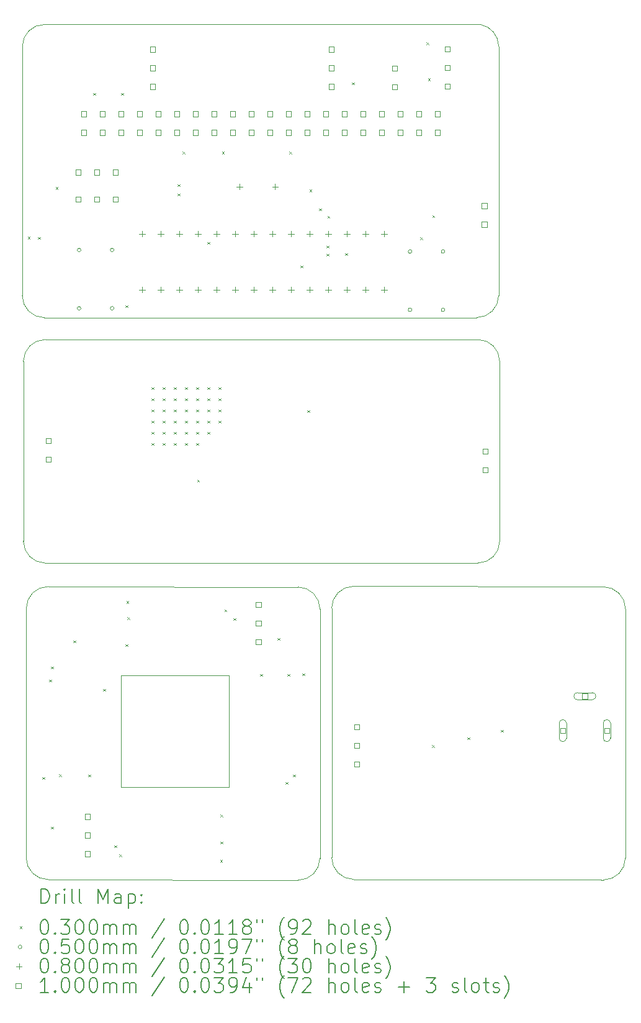
<source format=gbr>
%TF.GenerationSoftware,KiCad,Pcbnew,7.0.11+dfsg-1build4*%
%TF.CreationDate,2025-02-09T17:53:57-07:00*%
%TF.ProjectId,iJet,694a6574-2e6b-4696-9361-645f70636258,rev?*%
%TF.SameCoordinates,Original*%
%TF.FileFunction,Drillmap*%
%TF.FilePolarity,Positive*%
%FSLAX45Y45*%
G04 Gerber Fmt 4.5, Leading zero omitted, Abs format (unit mm)*
G04 Created by KiCad (PCBNEW 7.0.11+dfsg-1build4) date 2025-02-09 17:53:57*
%MOMM*%
%LPD*%
G01*
G04 APERTURE LIST*
%ADD10C,0.050000*%
%ADD11C,0.100000*%
%ADD12C,0.200000*%
G04 APERTURE END LIST*
D10*
X11346200Y-14876800D02*
X12819400Y-14876800D01*
X12819400Y-16400800D01*
X11346200Y-16400800D01*
X11346200Y-14876800D01*
D11*
X14222000Y-16363200D02*
X14222000Y-17312668D01*
X18230400Y-16415332D02*
X18230400Y-16372132D01*
X18229424Y-17370274D02*
X18230400Y-16415332D01*
X14522000Y-13663200D02*
G75*
G03*
X14222000Y-13963200I0J-300000D01*
G01*
X14222000Y-17362668D02*
G75*
G03*
X14522000Y-17662668I300000J0D01*
G01*
X14222000Y-17312668D02*
X14222000Y-17362668D01*
X17878400Y-17669600D02*
X14522000Y-17662668D01*
X17930400Y-13672132D02*
X14522000Y-13663200D01*
X17929424Y-17670274D02*
G75*
G03*
X18229424Y-17370274I0J300000D01*
G01*
X14222000Y-13963200D02*
X14222000Y-16363200D01*
X18230400Y-13972132D02*
G75*
G03*
X17930400Y-13672132I-300000J0D01*
G01*
X18230400Y-16372132D02*
X18230400Y-13972132D01*
X17929424Y-17670274D02*
X17878400Y-17669600D01*
X10405200Y-13667732D02*
X13761600Y-13674664D01*
X14061600Y-14974132D02*
X14061600Y-14024664D01*
X14061600Y-14024664D02*
X14061600Y-13974664D01*
X14061600Y-13974664D02*
G75*
G03*
X13761600Y-13674664I-300000J0D01*
G01*
X14061600Y-17374132D02*
X14061600Y-14974132D01*
X13761600Y-17674132D02*
G75*
G03*
X14061600Y-17374132I0J300000D01*
G01*
X10053200Y-17365200D02*
G75*
G03*
X10353200Y-17665200I300000J0D01*
G01*
X10354176Y-13667058D02*
X10405200Y-13667732D01*
X10054176Y-13967058D02*
X10053200Y-14922000D01*
X10354176Y-13667058D02*
G75*
G03*
X10054176Y-13967058I0J-300000D01*
G01*
X10053200Y-14965200D02*
X10053200Y-17365200D01*
X10053200Y-14922000D02*
X10053200Y-14965200D01*
X10353200Y-17665200D02*
X13761600Y-17674132D01*
X10314924Y-13348328D02*
X16214924Y-13348328D01*
X10000000Y-7256800D02*
X10000000Y-7300000D01*
X10000976Y-6301858D02*
X10000000Y-7256800D01*
X16500000Y-7300000D02*
X16500000Y-6350532D01*
X16214924Y-10298329D02*
X10314924Y-10298329D01*
X10014924Y-10648329D02*
X10014924Y-13048328D01*
X16514924Y-13048328D02*
X16514924Y-10648329D01*
X16514924Y-10598329D02*
G75*
G03*
X16214924Y-10298329I-300000J0D01*
G01*
X10014924Y-10648329D02*
X10014924Y-10598329D01*
X10014924Y-13048328D02*
G75*
G03*
X10314924Y-13348328I300000J0D01*
G01*
X16514924Y-10648329D02*
X16514924Y-10598329D01*
X16214924Y-13348328D02*
G75*
G03*
X16514924Y-13048328I0J300000D01*
G01*
X10314924Y-10298329D02*
G75*
G03*
X10014924Y-10598329I0J-300000D01*
G01*
X16252000Y-6002532D02*
X10304800Y-6001858D01*
X16200000Y-10000000D02*
G75*
G03*
X16500000Y-9700000I0J300000D01*
G01*
X10000000Y-7300000D02*
X10000000Y-9700000D01*
X16500000Y-6350532D02*
X16500000Y-6300532D01*
X16500000Y-9700000D02*
X16500000Y-7300000D01*
X10304800Y-6001858D02*
G75*
G03*
X10000952Y-6301858I-3824J-300000D01*
G01*
X10000000Y-9700000D02*
G75*
G03*
X10300000Y-10000000I300000J0D01*
G01*
X10300000Y-10000000D02*
X16200000Y-10000000D01*
X16500440Y-6300532D02*
G75*
G03*
X16252000Y-6002532I-302943J0D01*
G01*
D12*
D11*
X10074650Y-8897474D02*
X10104650Y-8927474D01*
X10104650Y-8897474D02*
X10074650Y-8927474D01*
X10216029Y-8900310D02*
X10246029Y-8930310D01*
X10246029Y-8900310D02*
X10216029Y-8930310D01*
X10273944Y-16265408D02*
X10303944Y-16295408D01*
X10303944Y-16265408D02*
X10273944Y-16295408D01*
X10366000Y-14938245D02*
X10396000Y-14968245D01*
X10396000Y-14938245D02*
X10366000Y-14968245D01*
X10391400Y-14760200D02*
X10421400Y-14790200D01*
X10421400Y-14760200D02*
X10391400Y-14790200D01*
X10391400Y-16944600D02*
X10421400Y-16974600D01*
X10421400Y-16944600D02*
X10391400Y-16974600D01*
X10454800Y-8219408D02*
X10484800Y-8249408D01*
X10484800Y-8219408D02*
X10454800Y-8249408D01*
X10504000Y-16228600D02*
X10534000Y-16258600D01*
X10534000Y-16228600D02*
X10504000Y-16258600D01*
X10696200Y-14404600D02*
X10726200Y-14434600D01*
X10726200Y-14404600D02*
X10696200Y-14434600D01*
X10899400Y-16233400D02*
X10929400Y-16263400D01*
X10929400Y-16233400D02*
X10899400Y-16263400D01*
X10966000Y-6936456D02*
X10996000Y-6966456D01*
X10996000Y-6936456D02*
X10966000Y-6966456D01*
X11102600Y-15065000D02*
X11132600Y-15095000D01*
X11132600Y-15065000D02*
X11102600Y-15095000D01*
X11255000Y-17198600D02*
X11285000Y-17228600D01*
X11285000Y-17198600D02*
X11255000Y-17228600D01*
X11325050Y-17319291D02*
X11355050Y-17349291D01*
X11355050Y-17319291D02*
X11325050Y-17349291D01*
X11350000Y-6936456D02*
X11380000Y-6966456D01*
X11380000Y-6936456D02*
X11350000Y-6966456D01*
X11407400Y-9832600D02*
X11437400Y-9862600D01*
X11437400Y-9832600D02*
X11407400Y-9862600D01*
X11407400Y-14455400D02*
X11437400Y-14485400D01*
X11437400Y-14455400D02*
X11407400Y-14485400D01*
X11423014Y-13866970D02*
X11453014Y-13896970D01*
X11453014Y-13866970D02*
X11423014Y-13896970D01*
X11432800Y-14085400D02*
X11462800Y-14115400D01*
X11462800Y-14085400D02*
X11432800Y-14115400D01*
X11763000Y-10950200D02*
X11793000Y-10980200D01*
X11793000Y-10950200D02*
X11763000Y-10980200D01*
X11763000Y-11102600D02*
X11793000Y-11132600D01*
X11793000Y-11102600D02*
X11763000Y-11132600D01*
X11763000Y-11255000D02*
X11793000Y-11285000D01*
X11793000Y-11255000D02*
X11763000Y-11285000D01*
X11763000Y-11407400D02*
X11793000Y-11437400D01*
X11793000Y-11407400D02*
X11763000Y-11437400D01*
X11763000Y-11559800D02*
X11793000Y-11589800D01*
X11793000Y-11559800D02*
X11763000Y-11589800D01*
X11763000Y-11712200D02*
X11793000Y-11742200D01*
X11793000Y-11712200D02*
X11763000Y-11742200D01*
X11915400Y-10950200D02*
X11945400Y-10980200D01*
X11945400Y-10950200D02*
X11915400Y-10980200D01*
X11915400Y-11102600D02*
X11945400Y-11132600D01*
X11945400Y-11102600D02*
X11915400Y-11132600D01*
X11915400Y-11255000D02*
X11945400Y-11285000D01*
X11945400Y-11255000D02*
X11915400Y-11285000D01*
X11915400Y-11407400D02*
X11945400Y-11437400D01*
X11945400Y-11407400D02*
X11915400Y-11437400D01*
X11915400Y-11559800D02*
X11945400Y-11589800D01*
X11945400Y-11559800D02*
X11915400Y-11589800D01*
X11915400Y-11712200D02*
X11945400Y-11742200D01*
X11945400Y-11712200D02*
X11915400Y-11742200D01*
X12067800Y-10950200D02*
X12097800Y-10980200D01*
X12097800Y-10950200D02*
X12067800Y-10980200D01*
X12067800Y-11102600D02*
X12097800Y-11132600D01*
X12097800Y-11102600D02*
X12067800Y-11132600D01*
X12067800Y-11255000D02*
X12097800Y-11285000D01*
X12097800Y-11255000D02*
X12067800Y-11285000D01*
X12067800Y-11407400D02*
X12097800Y-11437400D01*
X12097800Y-11407400D02*
X12067800Y-11437400D01*
X12067800Y-11559800D02*
X12097800Y-11589800D01*
X12097800Y-11559800D02*
X12067800Y-11589800D01*
X12067800Y-11712200D02*
X12097800Y-11742200D01*
X12097800Y-11712200D02*
X12067800Y-11742200D01*
X12118600Y-8179915D02*
X12148600Y-8209915D01*
X12148600Y-8179915D02*
X12118600Y-8209915D01*
X12118600Y-8308600D02*
X12148600Y-8338600D01*
X12148600Y-8308600D02*
X12118600Y-8338600D01*
X12187282Y-7734780D02*
X12217282Y-7764780D01*
X12217282Y-7734780D02*
X12187282Y-7764780D01*
X12220200Y-10950200D02*
X12250200Y-10980200D01*
X12250200Y-10950200D02*
X12220200Y-10980200D01*
X12220200Y-11102600D02*
X12250200Y-11132600D01*
X12250200Y-11102600D02*
X12220200Y-11132600D01*
X12220200Y-11255000D02*
X12250200Y-11285000D01*
X12250200Y-11255000D02*
X12220200Y-11285000D01*
X12220200Y-11407400D02*
X12250200Y-11437400D01*
X12250200Y-11407400D02*
X12220200Y-11437400D01*
X12220200Y-11559800D02*
X12250200Y-11589800D01*
X12250200Y-11559800D02*
X12220200Y-11589800D01*
X12220200Y-11712200D02*
X12250200Y-11742200D01*
X12250200Y-11712200D02*
X12220200Y-11742200D01*
X12372600Y-10950200D02*
X12402600Y-10980200D01*
X12402600Y-10950200D02*
X12372600Y-10980200D01*
X12372600Y-11102600D02*
X12402600Y-11132600D01*
X12402600Y-11102600D02*
X12372600Y-11132600D01*
X12372600Y-11255000D02*
X12402600Y-11285000D01*
X12402600Y-11255000D02*
X12372600Y-11285000D01*
X12372600Y-11407400D02*
X12402600Y-11437400D01*
X12402600Y-11407400D02*
X12372600Y-11437400D01*
X12372600Y-11559800D02*
X12402600Y-11589800D01*
X12402600Y-11559800D02*
X12372600Y-11589800D01*
X12372600Y-11712200D02*
X12402600Y-11742200D01*
X12402600Y-11712200D02*
X12372600Y-11742200D01*
X12385778Y-12208669D02*
X12415778Y-12238669D01*
X12415778Y-12208669D02*
X12385778Y-12238669D01*
X12525000Y-8969000D02*
X12555000Y-8999000D01*
X12555000Y-8969000D02*
X12525000Y-8999000D01*
X12525000Y-10950200D02*
X12555000Y-10980200D01*
X12555000Y-10950200D02*
X12525000Y-10980200D01*
X12525000Y-11102600D02*
X12555000Y-11132600D01*
X12555000Y-11102600D02*
X12525000Y-11132600D01*
X12525000Y-11255000D02*
X12555000Y-11285000D01*
X12555000Y-11255000D02*
X12525000Y-11285000D01*
X12525000Y-11407400D02*
X12555000Y-11437400D01*
X12555000Y-11407400D02*
X12525000Y-11437400D01*
X12525000Y-11559800D02*
X12555000Y-11589800D01*
X12555000Y-11559800D02*
X12525000Y-11589800D01*
X12677400Y-10950200D02*
X12707400Y-10980200D01*
X12707400Y-10950200D02*
X12677400Y-10980200D01*
X12677400Y-11102600D02*
X12707400Y-11132600D01*
X12707400Y-11102600D02*
X12677400Y-11132600D01*
X12677400Y-11255000D02*
X12707400Y-11285000D01*
X12707400Y-11255000D02*
X12677400Y-11285000D01*
X12677400Y-11407400D02*
X12707400Y-11437400D01*
X12707400Y-11407400D02*
X12677400Y-11437400D01*
X12698172Y-17396316D02*
X12728172Y-17426316D01*
X12728172Y-17396316D02*
X12698172Y-17426316D01*
X12702800Y-16777800D02*
X12732800Y-16807800D01*
X12732800Y-16777800D02*
X12702800Y-16807800D01*
X12702800Y-17147800D02*
X12732800Y-17177800D01*
X12732800Y-17147800D02*
X12702800Y-17177800D01*
X12724373Y-7735331D02*
X12754373Y-7765331D01*
X12754373Y-7735331D02*
X12724373Y-7765331D01*
X12759750Y-13979109D02*
X12789750Y-14009109D01*
X12789750Y-13979109D02*
X12759750Y-14009109D01*
X12880600Y-14099800D02*
X12910600Y-14129800D01*
X12910600Y-14099800D02*
X12880600Y-14129800D01*
X13247200Y-14861800D02*
X13277200Y-14891800D01*
X13277200Y-14861800D02*
X13247200Y-14891800D01*
X13481536Y-14370878D02*
X13511536Y-14400878D01*
X13511536Y-14370878D02*
X13481536Y-14400878D01*
X13591800Y-16335000D02*
X13621800Y-16365000D01*
X13621800Y-16335000D02*
X13591800Y-16365000D01*
X13617200Y-14861800D02*
X13647200Y-14891800D01*
X13647200Y-14861800D02*
X13617200Y-14891800D01*
X13644627Y-7734246D02*
X13674627Y-7764246D01*
X13674627Y-7734246D02*
X13644627Y-7764246D01*
X13693400Y-16233400D02*
X13723400Y-16263400D01*
X13723400Y-16233400D02*
X13693400Y-16263400D01*
X13795000Y-9289800D02*
X13825000Y-9319800D01*
X13825000Y-9289800D02*
X13795000Y-9319800D01*
X13820698Y-14850697D02*
X13850698Y-14880697D01*
X13850698Y-14850697D02*
X13820698Y-14880697D01*
X13890945Y-11261081D02*
X13920945Y-11291081D01*
X13920945Y-11261081D02*
X13890945Y-11291081D01*
X13919000Y-8251252D02*
X13949000Y-8281252D01*
X13949000Y-8251252D02*
X13919000Y-8281252D01*
X14049000Y-8511800D02*
X14079000Y-8541800D01*
X14079000Y-8511800D02*
X14049000Y-8541800D01*
X14150600Y-9019800D02*
X14180600Y-9049800D01*
X14180600Y-9019800D02*
X14150600Y-9049800D01*
X14150600Y-9129800D02*
X14180600Y-9159800D01*
X14180600Y-9129800D02*
X14150600Y-9159800D01*
X14164859Y-8613344D02*
X14194859Y-8643344D01*
X14194859Y-8613344D02*
X14164859Y-8643344D01*
X14404600Y-9121400D02*
X14434600Y-9151400D01*
X14434600Y-9121400D02*
X14404600Y-9151400D01*
X14498000Y-6792800D02*
X14528000Y-6822800D01*
X14528000Y-6792800D02*
X14498000Y-6822800D01*
X15430699Y-8902304D02*
X15460699Y-8932304D01*
X15460699Y-8902304D02*
X15430699Y-8932304D01*
X15515301Y-6247898D02*
X15545301Y-6277898D01*
X15545301Y-6247898D02*
X15515301Y-6277898D01*
X15535967Y-6737157D02*
X15565967Y-6767157D01*
X15565967Y-6737157D02*
X15535967Y-6767157D01*
X15593302Y-15831018D02*
X15623302Y-15861018D01*
X15623302Y-15831018D02*
X15593302Y-15861018D01*
X15593750Y-8605114D02*
X15623750Y-8635114D01*
X15623750Y-8605114D02*
X15593750Y-8635114D01*
X16072100Y-15723800D02*
X16102100Y-15753800D01*
X16102100Y-15723800D02*
X16072100Y-15753800D01*
X16530963Y-15621987D02*
X16560963Y-15651987D01*
X16560963Y-15621987D02*
X16530963Y-15651987D01*
X10800793Y-9077593D02*
G75*
G03*
X10750793Y-9077593I-25000J0D01*
G01*
X10750793Y-9077593D02*
G75*
G03*
X10800793Y-9077593I25000J0D01*
G01*
X10800793Y-9872593D02*
G75*
G03*
X10750793Y-9872593I-25000J0D01*
G01*
X10750793Y-9872593D02*
G75*
G03*
X10800793Y-9872593I25000J0D01*
G01*
X11250793Y-9077593D02*
G75*
G03*
X11200793Y-9077593I-25000J0D01*
G01*
X11200793Y-9077593D02*
G75*
G03*
X11250793Y-9077593I25000J0D01*
G01*
X11250793Y-9872593D02*
G75*
G03*
X11200793Y-9872593I-25000J0D01*
G01*
X11200793Y-9872593D02*
G75*
G03*
X11250793Y-9872593I25000J0D01*
G01*
X15315760Y-9098650D02*
G75*
G03*
X15265760Y-9098650I-25000J0D01*
G01*
X15265760Y-9098650D02*
G75*
G03*
X15315760Y-9098650I25000J0D01*
G01*
X15315760Y-9893650D02*
G75*
G03*
X15265760Y-9893650I-25000J0D01*
G01*
X15265760Y-9893650D02*
G75*
G03*
X15315760Y-9893650I25000J0D01*
G01*
X15765760Y-9098650D02*
G75*
G03*
X15715760Y-9098650I-25000J0D01*
G01*
X15715760Y-9098650D02*
G75*
G03*
X15765760Y-9098650I25000J0D01*
G01*
X15765760Y-9893650D02*
G75*
G03*
X15715760Y-9893650I-25000J0D01*
G01*
X15715760Y-9893650D02*
G75*
G03*
X15765760Y-9893650I25000J0D01*
G01*
X11634717Y-8818000D02*
X11634717Y-8898000D01*
X11594717Y-8858000D02*
X11674717Y-8858000D01*
X11634717Y-9580000D02*
X11634717Y-9660000D01*
X11594717Y-9620000D02*
X11674717Y-9620000D01*
X11888717Y-8818000D02*
X11888717Y-8898000D01*
X11848717Y-8858000D02*
X11928717Y-8858000D01*
X11888717Y-9580000D02*
X11888717Y-9660000D01*
X11848717Y-9620000D02*
X11928717Y-9620000D01*
X12142717Y-8818000D02*
X12142717Y-8898000D01*
X12102717Y-8858000D02*
X12182717Y-8858000D01*
X12142717Y-9580000D02*
X12142717Y-9660000D01*
X12102717Y-9620000D02*
X12182717Y-9620000D01*
X12396717Y-8818000D02*
X12396717Y-8898000D01*
X12356717Y-8858000D02*
X12436717Y-8858000D01*
X12396717Y-9580000D02*
X12396717Y-9660000D01*
X12356717Y-9620000D02*
X12436717Y-9620000D01*
X12650717Y-8818000D02*
X12650717Y-8898000D01*
X12610717Y-8858000D02*
X12690717Y-8858000D01*
X12650717Y-9580000D02*
X12650717Y-9660000D01*
X12610717Y-9620000D02*
X12690717Y-9620000D01*
X12904717Y-8818000D02*
X12904717Y-8898000D01*
X12864717Y-8858000D02*
X12944717Y-8858000D01*
X12904717Y-9580000D02*
X12904717Y-9660000D01*
X12864717Y-9620000D02*
X12944717Y-9620000D01*
X12962806Y-8172572D02*
X12962806Y-8252572D01*
X12922806Y-8212572D02*
X13002806Y-8212572D01*
X13158717Y-8818000D02*
X13158717Y-8898000D01*
X13118717Y-8858000D02*
X13198717Y-8858000D01*
X13158717Y-9580000D02*
X13158717Y-9660000D01*
X13118717Y-9620000D02*
X13198717Y-9620000D01*
X13412717Y-8818000D02*
X13412717Y-8898000D01*
X13372717Y-8858000D02*
X13452717Y-8858000D01*
X13412717Y-9580000D02*
X13412717Y-9660000D01*
X13372717Y-9620000D02*
X13452717Y-9620000D01*
X13450806Y-8172572D02*
X13450806Y-8252572D01*
X13410806Y-8212572D02*
X13490806Y-8212572D01*
X13666717Y-8818000D02*
X13666717Y-8898000D01*
X13626717Y-8858000D02*
X13706717Y-8858000D01*
X13666717Y-9580000D02*
X13666717Y-9660000D01*
X13626717Y-9620000D02*
X13706717Y-9620000D01*
X13920717Y-8818000D02*
X13920717Y-8898000D01*
X13880717Y-8858000D02*
X13960717Y-8858000D01*
X13920717Y-9580000D02*
X13920717Y-9660000D01*
X13880717Y-9620000D02*
X13960717Y-9620000D01*
X14174717Y-8818000D02*
X14174717Y-8898000D01*
X14134717Y-8858000D02*
X14214717Y-8858000D01*
X14174717Y-9580000D02*
X14174717Y-9660000D01*
X14134717Y-9620000D02*
X14214717Y-9620000D01*
X14428717Y-8818000D02*
X14428717Y-8898000D01*
X14388717Y-8858000D02*
X14468717Y-8858000D01*
X14428717Y-9580000D02*
X14428717Y-9660000D01*
X14388717Y-9620000D02*
X14468717Y-9620000D01*
X14682717Y-8818000D02*
X14682717Y-8898000D01*
X14642717Y-8858000D02*
X14722717Y-8858000D01*
X14682717Y-9580000D02*
X14682717Y-9660000D01*
X14642717Y-9620000D02*
X14722717Y-9620000D01*
X14936717Y-8818000D02*
X14936717Y-8898000D01*
X14896717Y-8858000D02*
X14976717Y-8858000D01*
X14936717Y-9580000D02*
X14936717Y-9660000D01*
X14896717Y-9620000D02*
X14976717Y-9620000D01*
X10390956Y-11712756D02*
X10390956Y-11642044D01*
X10320244Y-11642044D01*
X10320244Y-11712756D01*
X10390956Y-11712756D01*
X10390956Y-11966756D02*
X10390956Y-11896044D01*
X10320244Y-11896044D01*
X10320244Y-11966756D01*
X10390956Y-11966756D01*
X10795728Y-8420501D02*
X10795728Y-8349789D01*
X10725017Y-8349789D01*
X10725017Y-8420501D01*
X10795728Y-8420501D01*
X10798856Y-8051656D02*
X10798856Y-7980944D01*
X10728144Y-7980944D01*
X10728144Y-8051656D01*
X10798856Y-8051656D01*
X10872356Y-7258356D02*
X10872356Y-7187644D01*
X10801644Y-7187644D01*
X10801644Y-7258356D01*
X10872356Y-7258356D01*
X10872356Y-7512356D02*
X10872356Y-7441644D01*
X10801644Y-7441644D01*
X10801644Y-7512356D01*
X10872356Y-7512356D01*
X10924356Y-16842556D02*
X10924356Y-16771844D01*
X10853644Y-16771844D01*
X10853644Y-16842556D01*
X10924356Y-16842556D01*
X10924356Y-17096556D02*
X10924356Y-17025844D01*
X10853644Y-17025844D01*
X10853644Y-17096556D01*
X10924356Y-17096556D01*
X10924356Y-17350556D02*
X10924356Y-17279844D01*
X10853644Y-17279844D01*
X10853644Y-17350556D01*
X10924356Y-17350556D01*
X11049728Y-8420501D02*
X11049728Y-8349789D01*
X10979017Y-8349789D01*
X10979017Y-8420501D01*
X11049728Y-8420501D01*
X11052856Y-8051656D02*
X11052856Y-7980944D01*
X10982144Y-7980944D01*
X10982144Y-8051656D01*
X11052856Y-8051656D01*
X11126356Y-7258356D02*
X11126356Y-7187644D01*
X11055644Y-7187644D01*
X11055644Y-7258356D01*
X11126356Y-7258356D01*
X11126356Y-7512356D02*
X11126356Y-7441644D01*
X11055644Y-7441644D01*
X11055644Y-7512356D01*
X11126356Y-7512356D01*
X11303728Y-8420501D02*
X11303728Y-8349789D01*
X11233017Y-8349789D01*
X11233017Y-8420501D01*
X11303728Y-8420501D01*
X11306856Y-8051656D02*
X11306856Y-7980944D01*
X11236144Y-7980944D01*
X11236144Y-8051656D01*
X11306856Y-8051656D01*
X11380356Y-7258356D02*
X11380356Y-7187644D01*
X11309644Y-7187644D01*
X11309644Y-7258356D01*
X11380356Y-7258356D01*
X11380356Y-7512356D02*
X11380356Y-7441644D01*
X11309644Y-7441644D01*
X11309644Y-7512356D01*
X11380356Y-7512356D01*
X11634356Y-7258356D02*
X11634356Y-7187644D01*
X11563644Y-7187644D01*
X11563644Y-7258356D01*
X11634356Y-7258356D01*
X11634356Y-7512356D02*
X11634356Y-7441644D01*
X11563644Y-7441644D01*
X11563644Y-7512356D01*
X11634356Y-7512356D01*
X11813356Y-6377756D02*
X11813356Y-6307044D01*
X11742644Y-6307044D01*
X11742644Y-6377756D01*
X11813356Y-6377756D01*
X11813356Y-6631756D02*
X11813356Y-6561044D01*
X11742644Y-6561044D01*
X11742644Y-6631756D01*
X11813356Y-6631756D01*
X11813356Y-6885756D02*
X11813356Y-6815044D01*
X11742644Y-6815044D01*
X11742644Y-6885756D01*
X11813356Y-6885756D01*
X11888356Y-7258356D02*
X11888356Y-7187644D01*
X11817644Y-7187644D01*
X11817644Y-7258356D01*
X11888356Y-7258356D01*
X11888356Y-7512356D02*
X11888356Y-7441644D01*
X11817644Y-7441644D01*
X11817644Y-7512356D01*
X11888356Y-7512356D01*
X12142356Y-7258356D02*
X12142356Y-7187644D01*
X12071644Y-7187644D01*
X12071644Y-7258356D01*
X12142356Y-7258356D01*
X12142356Y-7512356D02*
X12142356Y-7441644D01*
X12071644Y-7441644D01*
X12071644Y-7512356D01*
X12142356Y-7512356D01*
X12396356Y-7258356D02*
X12396356Y-7187644D01*
X12325644Y-7187644D01*
X12325644Y-7258356D01*
X12396356Y-7258356D01*
X12396356Y-7512356D02*
X12396356Y-7441644D01*
X12325644Y-7441644D01*
X12325644Y-7512356D01*
X12396356Y-7512356D01*
X12650356Y-7258356D02*
X12650356Y-7187644D01*
X12579644Y-7187644D01*
X12579644Y-7258356D01*
X12650356Y-7258356D01*
X12650356Y-7512356D02*
X12650356Y-7441644D01*
X12579644Y-7441644D01*
X12579644Y-7512356D01*
X12650356Y-7512356D01*
X12904356Y-7258356D02*
X12904356Y-7187644D01*
X12833644Y-7187644D01*
X12833644Y-7258356D01*
X12904356Y-7258356D01*
X12904356Y-7512356D02*
X12904356Y-7441644D01*
X12833644Y-7441644D01*
X12833644Y-7512356D01*
X12904356Y-7512356D01*
X13158356Y-7258356D02*
X13158356Y-7187644D01*
X13087644Y-7187644D01*
X13087644Y-7258356D01*
X13158356Y-7258356D01*
X13158356Y-7512356D02*
X13158356Y-7441644D01*
X13087644Y-7441644D01*
X13087644Y-7512356D01*
X13158356Y-7512356D01*
X13258656Y-13948456D02*
X13258656Y-13877744D01*
X13187944Y-13877744D01*
X13187944Y-13948456D01*
X13258656Y-13948456D01*
X13258656Y-14202456D02*
X13258656Y-14131744D01*
X13187944Y-14131744D01*
X13187944Y-14202456D01*
X13258656Y-14202456D01*
X13258656Y-14456456D02*
X13258656Y-14385744D01*
X13187944Y-14385744D01*
X13187944Y-14456456D01*
X13258656Y-14456456D01*
X13412356Y-7258356D02*
X13412356Y-7187644D01*
X13341644Y-7187644D01*
X13341644Y-7258356D01*
X13412356Y-7258356D01*
X13412356Y-7512356D02*
X13412356Y-7441644D01*
X13341644Y-7441644D01*
X13341644Y-7512356D01*
X13412356Y-7512356D01*
X13666356Y-7258356D02*
X13666356Y-7187644D01*
X13595644Y-7187644D01*
X13595644Y-7258356D01*
X13666356Y-7258356D01*
X13666356Y-7512356D02*
X13666356Y-7441644D01*
X13595644Y-7441644D01*
X13595644Y-7512356D01*
X13666356Y-7512356D01*
X13920356Y-7258356D02*
X13920356Y-7187644D01*
X13849644Y-7187644D01*
X13849644Y-7258356D01*
X13920356Y-7258356D01*
X13920356Y-7512356D02*
X13920356Y-7441644D01*
X13849644Y-7441644D01*
X13849644Y-7512356D01*
X13920356Y-7512356D01*
X14174356Y-7258356D02*
X14174356Y-7187644D01*
X14103644Y-7187644D01*
X14103644Y-7258356D01*
X14174356Y-7258356D01*
X14174356Y-7512356D02*
X14174356Y-7441644D01*
X14103644Y-7441644D01*
X14103644Y-7512356D01*
X14174356Y-7512356D01*
X14252204Y-6377756D02*
X14252204Y-6307044D01*
X14181493Y-6307044D01*
X14181493Y-6377756D01*
X14252204Y-6377756D01*
X14252204Y-6631756D02*
X14252204Y-6561044D01*
X14181493Y-6561044D01*
X14181493Y-6631756D01*
X14252204Y-6631756D01*
X14252204Y-6885756D02*
X14252204Y-6815044D01*
X14181493Y-6815044D01*
X14181493Y-6885756D01*
X14252204Y-6885756D01*
X14428356Y-7258356D02*
X14428356Y-7187644D01*
X14357644Y-7187644D01*
X14357644Y-7258356D01*
X14428356Y-7258356D01*
X14428356Y-7512356D02*
X14428356Y-7441644D01*
X14357644Y-7441644D01*
X14357644Y-7512356D01*
X14428356Y-7512356D01*
X14599224Y-15615224D02*
X14599224Y-15544512D01*
X14528512Y-15544512D01*
X14528512Y-15615224D01*
X14599224Y-15615224D01*
X14599224Y-15869224D02*
X14599224Y-15798512D01*
X14528512Y-15798512D01*
X14528512Y-15869224D01*
X14599224Y-15869224D01*
X14599224Y-16123224D02*
X14599224Y-16052512D01*
X14528512Y-16052512D01*
X14528512Y-16123224D01*
X14599224Y-16123224D01*
X14682356Y-7258356D02*
X14682356Y-7187644D01*
X14611644Y-7187644D01*
X14611644Y-7258356D01*
X14682356Y-7258356D01*
X14682356Y-7512356D02*
X14682356Y-7441644D01*
X14611644Y-7441644D01*
X14611644Y-7512356D01*
X14682356Y-7512356D01*
X14936356Y-7258356D02*
X14936356Y-7187644D01*
X14865644Y-7187644D01*
X14865644Y-7258356D01*
X14936356Y-7258356D01*
X14936356Y-7512356D02*
X14936356Y-7441644D01*
X14865644Y-7441644D01*
X14865644Y-7512356D01*
X14936356Y-7512356D01*
X15115356Y-6632756D02*
X15115356Y-6562044D01*
X15044644Y-6562044D01*
X15044644Y-6632756D01*
X15115356Y-6632756D01*
X15115356Y-6886756D02*
X15115356Y-6816044D01*
X15044644Y-6816044D01*
X15044644Y-6886756D01*
X15115356Y-6886756D01*
X15190356Y-7258356D02*
X15190356Y-7187644D01*
X15119644Y-7187644D01*
X15119644Y-7258356D01*
X15190356Y-7258356D01*
X15190356Y-7512356D02*
X15190356Y-7441644D01*
X15119644Y-7441644D01*
X15119644Y-7512356D01*
X15190356Y-7512356D01*
X15444356Y-7258356D02*
X15444356Y-7187644D01*
X15373644Y-7187644D01*
X15373644Y-7258356D01*
X15444356Y-7258356D01*
X15444356Y-7512356D02*
X15444356Y-7441644D01*
X15373644Y-7441644D01*
X15373644Y-7512356D01*
X15444356Y-7512356D01*
X15698356Y-7258356D02*
X15698356Y-7187644D01*
X15627644Y-7187644D01*
X15627644Y-7258356D01*
X15698356Y-7258356D01*
X15698356Y-7512356D02*
X15698356Y-7441644D01*
X15627644Y-7441644D01*
X15627644Y-7512356D01*
X15698356Y-7512356D01*
X15837626Y-6373899D02*
X15837626Y-6303187D01*
X15766915Y-6303187D01*
X15766915Y-6373899D01*
X15837626Y-6373899D01*
X15837626Y-6627899D02*
X15837626Y-6557187D01*
X15766915Y-6557187D01*
X15766915Y-6627899D01*
X15837626Y-6627899D01*
X15837626Y-6881899D02*
X15837626Y-6811187D01*
X15766915Y-6811187D01*
X15766915Y-6881899D01*
X15837626Y-6881899D01*
X16339059Y-8511356D02*
X16339059Y-8440644D01*
X16268347Y-8440644D01*
X16268347Y-8511356D01*
X16339059Y-8511356D01*
X16339059Y-8765356D02*
X16339059Y-8694644D01*
X16268347Y-8694644D01*
X16268347Y-8765356D01*
X16339059Y-8765356D01*
X16351483Y-11858184D02*
X16351483Y-11787473D01*
X16280772Y-11787473D01*
X16280772Y-11858184D01*
X16351483Y-11858184D01*
X16351483Y-12112184D02*
X16351483Y-12041473D01*
X16280772Y-12041473D01*
X16280772Y-12112184D01*
X16351483Y-12112184D01*
X17410956Y-15668306D02*
X17410956Y-15597594D01*
X17340244Y-15597594D01*
X17340244Y-15668306D01*
X17410956Y-15668306D01*
X17425600Y-15732950D02*
X17425600Y-15532950D01*
X17425600Y-15532950D02*
G75*
G03*
X17325600Y-15532950I-50000J0D01*
G01*
X17325600Y-15532950D02*
X17325600Y-15732950D01*
X17325600Y-15732950D02*
G75*
G03*
X17425600Y-15732950I50000J0D01*
G01*
X17710956Y-15198306D02*
X17710956Y-15127594D01*
X17640244Y-15127594D01*
X17640244Y-15198306D01*
X17710956Y-15198306D01*
X17775600Y-15112950D02*
X17575600Y-15112950D01*
X17575600Y-15112950D02*
G75*
G03*
X17575600Y-15212950I0J-50000D01*
G01*
X17575600Y-15212950D02*
X17775600Y-15212950D01*
X17775600Y-15212950D02*
G75*
G03*
X17775600Y-15112950I0J50000D01*
G01*
X18010956Y-15668306D02*
X18010956Y-15597594D01*
X17940244Y-15597594D01*
X17940244Y-15668306D01*
X18010956Y-15668306D01*
X18025600Y-15732950D02*
X18025600Y-15532950D01*
X18025600Y-15532950D02*
G75*
G03*
X17925600Y-15532950I-50000J0D01*
G01*
X17925600Y-15532950D02*
X17925600Y-15732950D01*
X17925600Y-15732950D02*
G75*
G03*
X18025600Y-15732950I50000J0D01*
G01*
D12*
X10255777Y-17990616D02*
X10255777Y-17790616D01*
X10255777Y-17790616D02*
X10303396Y-17790616D01*
X10303396Y-17790616D02*
X10331967Y-17800140D01*
X10331967Y-17800140D02*
X10351015Y-17819187D01*
X10351015Y-17819187D02*
X10360539Y-17838235D01*
X10360539Y-17838235D02*
X10370063Y-17876330D01*
X10370063Y-17876330D02*
X10370063Y-17904902D01*
X10370063Y-17904902D02*
X10360539Y-17942997D01*
X10360539Y-17942997D02*
X10351015Y-17962044D01*
X10351015Y-17962044D02*
X10331967Y-17981092D01*
X10331967Y-17981092D02*
X10303396Y-17990616D01*
X10303396Y-17990616D02*
X10255777Y-17990616D01*
X10455777Y-17990616D02*
X10455777Y-17857282D01*
X10455777Y-17895378D02*
X10465301Y-17876330D01*
X10465301Y-17876330D02*
X10474824Y-17866806D01*
X10474824Y-17866806D02*
X10493872Y-17857282D01*
X10493872Y-17857282D02*
X10512920Y-17857282D01*
X10579586Y-17990616D02*
X10579586Y-17857282D01*
X10579586Y-17790616D02*
X10570063Y-17800140D01*
X10570063Y-17800140D02*
X10579586Y-17809663D01*
X10579586Y-17809663D02*
X10589110Y-17800140D01*
X10589110Y-17800140D02*
X10579586Y-17790616D01*
X10579586Y-17790616D02*
X10579586Y-17809663D01*
X10703396Y-17990616D02*
X10684348Y-17981092D01*
X10684348Y-17981092D02*
X10674824Y-17962044D01*
X10674824Y-17962044D02*
X10674824Y-17790616D01*
X10808158Y-17990616D02*
X10789110Y-17981092D01*
X10789110Y-17981092D02*
X10779586Y-17962044D01*
X10779586Y-17962044D02*
X10779586Y-17790616D01*
X11036729Y-17990616D02*
X11036729Y-17790616D01*
X11036729Y-17790616D02*
X11103396Y-17933473D01*
X11103396Y-17933473D02*
X11170063Y-17790616D01*
X11170063Y-17790616D02*
X11170063Y-17990616D01*
X11351015Y-17990616D02*
X11351015Y-17885854D01*
X11351015Y-17885854D02*
X11341491Y-17866806D01*
X11341491Y-17866806D02*
X11322443Y-17857282D01*
X11322443Y-17857282D02*
X11284348Y-17857282D01*
X11284348Y-17857282D02*
X11265301Y-17866806D01*
X11351015Y-17981092D02*
X11331967Y-17990616D01*
X11331967Y-17990616D02*
X11284348Y-17990616D01*
X11284348Y-17990616D02*
X11265301Y-17981092D01*
X11265301Y-17981092D02*
X11255777Y-17962044D01*
X11255777Y-17962044D02*
X11255777Y-17942997D01*
X11255777Y-17942997D02*
X11265301Y-17923949D01*
X11265301Y-17923949D02*
X11284348Y-17914425D01*
X11284348Y-17914425D02*
X11331967Y-17914425D01*
X11331967Y-17914425D02*
X11351015Y-17904902D01*
X11446253Y-17857282D02*
X11446253Y-18057282D01*
X11446253Y-17866806D02*
X11465301Y-17857282D01*
X11465301Y-17857282D02*
X11503396Y-17857282D01*
X11503396Y-17857282D02*
X11522443Y-17866806D01*
X11522443Y-17866806D02*
X11531967Y-17876330D01*
X11531967Y-17876330D02*
X11541491Y-17895378D01*
X11541491Y-17895378D02*
X11541491Y-17952521D01*
X11541491Y-17952521D02*
X11531967Y-17971568D01*
X11531967Y-17971568D02*
X11522443Y-17981092D01*
X11522443Y-17981092D02*
X11503396Y-17990616D01*
X11503396Y-17990616D02*
X11465301Y-17990616D01*
X11465301Y-17990616D02*
X11446253Y-17981092D01*
X11627205Y-17971568D02*
X11636729Y-17981092D01*
X11636729Y-17981092D02*
X11627205Y-17990616D01*
X11627205Y-17990616D02*
X11617682Y-17981092D01*
X11617682Y-17981092D02*
X11627205Y-17971568D01*
X11627205Y-17971568D02*
X11627205Y-17990616D01*
X11627205Y-17866806D02*
X11636729Y-17876330D01*
X11636729Y-17876330D02*
X11627205Y-17885854D01*
X11627205Y-17885854D02*
X11617682Y-17876330D01*
X11617682Y-17876330D02*
X11627205Y-17866806D01*
X11627205Y-17866806D02*
X11627205Y-17885854D01*
D11*
X9965000Y-18304132D02*
X9995000Y-18334132D01*
X9995000Y-18304132D02*
X9965000Y-18334132D01*
D12*
X10293872Y-18210616D02*
X10312920Y-18210616D01*
X10312920Y-18210616D02*
X10331967Y-18220140D01*
X10331967Y-18220140D02*
X10341491Y-18229663D01*
X10341491Y-18229663D02*
X10351015Y-18248711D01*
X10351015Y-18248711D02*
X10360539Y-18286806D01*
X10360539Y-18286806D02*
X10360539Y-18334425D01*
X10360539Y-18334425D02*
X10351015Y-18372521D01*
X10351015Y-18372521D02*
X10341491Y-18391568D01*
X10341491Y-18391568D02*
X10331967Y-18401092D01*
X10331967Y-18401092D02*
X10312920Y-18410616D01*
X10312920Y-18410616D02*
X10293872Y-18410616D01*
X10293872Y-18410616D02*
X10274824Y-18401092D01*
X10274824Y-18401092D02*
X10265301Y-18391568D01*
X10265301Y-18391568D02*
X10255777Y-18372521D01*
X10255777Y-18372521D02*
X10246253Y-18334425D01*
X10246253Y-18334425D02*
X10246253Y-18286806D01*
X10246253Y-18286806D02*
X10255777Y-18248711D01*
X10255777Y-18248711D02*
X10265301Y-18229663D01*
X10265301Y-18229663D02*
X10274824Y-18220140D01*
X10274824Y-18220140D02*
X10293872Y-18210616D01*
X10446253Y-18391568D02*
X10455777Y-18401092D01*
X10455777Y-18401092D02*
X10446253Y-18410616D01*
X10446253Y-18410616D02*
X10436729Y-18401092D01*
X10436729Y-18401092D02*
X10446253Y-18391568D01*
X10446253Y-18391568D02*
X10446253Y-18410616D01*
X10522444Y-18210616D02*
X10646253Y-18210616D01*
X10646253Y-18210616D02*
X10579586Y-18286806D01*
X10579586Y-18286806D02*
X10608158Y-18286806D01*
X10608158Y-18286806D02*
X10627205Y-18296330D01*
X10627205Y-18296330D02*
X10636729Y-18305854D01*
X10636729Y-18305854D02*
X10646253Y-18324902D01*
X10646253Y-18324902D02*
X10646253Y-18372521D01*
X10646253Y-18372521D02*
X10636729Y-18391568D01*
X10636729Y-18391568D02*
X10627205Y-18401092D01*
X10627205Y-18401092D02*
X10608158Y-18410616D01*
X10608158Y-18410616D02*
X10551015Y-18410616D01*
X10551015Y-18410616D02*
X10531967Y-18401092D01*
X10531967Y-18401092D02*
X10522444Y-18391568D01*
X10770063Y-18210616D02*
X10789110Y-18210616D01*
X10789110Y-18210616D02*
X10808158Y-18220140D01*
X10808158Y-18220140D02*
X10817682Y-18229663D01*
X10817682Y-18229663D02*
X10827205Y-18248711D01*
X10827205Y-18248711D02*
X10836729Y-18286806D01*
X10836729Y-18286806D02*
X10836729Y-18334425D01*
X10836729Y-18334425D02*
X10827205Y-18372521D01*
X10827205Y-18372521D02*
X10817682Y-18391568D01*
X10817682Y-18391568D02*
X10808158Y-18401092D01*
X10808158Y-18401092D02*
X10789110Y-18410616D01*
X10789110Y-18410616D02*
X10770063Y-18410616D01*
X10770063Y-18410616D02*
X10751015Y-18401092D01*
X10751015Y-18401092D02*
X10741491Y-18391568D01*
X10741491Y-18391568D02*
X10731967Y-18372521D01*
X10731967Y-18372521D02*
X10722444Y-18334425D01*
X10722444Y-18334425D02*
X10722444Y-18286806D01*
X10722444Y-18286806D02*
X10731967Y-18248711D01*
X10731967Y-18248711D02*
X10741491Y-18229663D01*
X10741491Y-18229663D02*
X10751015Y-18220140D01*
X10751015Y-18220140D02*
X10770063Y-18210616D01*
X10960539Y-18210616D02*
X10979586Y-18210616D01*
X10979586Y-18210616D02*
X10998634Y-18220140D01*
X10998634Y-18220140D02*
X11008158Y-18229663D01*
X11008158Y-18229663D02*
X11017682Y-18248711D01*
X11017682Y-18248711D02*
X11027205Y-18286806D01*
X11027205Y-18286806D02*
X11027205Y-18334425D01*
X11027205Y-18334425D02*
X11017682Y-18372521D01*
X11017682Y-18372521D02*
X11008158Y-18391568D01*
X11008158Y-18391568D02*
X10998634Y-18401092D01*
X10998634Y-18401092D02*
X10979586Y-18410616D01*
X10979586Y-18410616D02*
X10960539Y-18410616D01*
X10960539Y-18410616D02*
X10941491Y-18401092D01*
X10941491Y-18401092D02*
X10931967Y-18391568D01*
X10931967Y-18391568D02*
X10922444Y-18372521D01*
X10922444Y-18372521D02*
X10912920Y-18334425D01*
X10912920Y-18334425D02*
X10912920Y-18286806D01*
X10912920Y-18286806D02*
X10922444Y-18248711D01*
X10922444Y-18248711D02*
X10931967Y-18229663D01*
X10931967Y-18229663D02*
X10941491Y-18220140D01*
X10941491Y-18220140D02*
X10960539Y-18210616D01*
X11112920Y-18410616D02*
X11112920Y-18277282D01*
X11112920Y-18296330D02*
X11122444Y-18286806D01*
X11122444Y-18286806D02*
X11141491Y-18277282D01*
X11141491Y-18277282D02*
X11170063Y-18277282D01*
X11170063Y-18277282D02*
X11189110Y-18286806D01*
X11189110Y-18286806D02*
X11198634Y-18305854D01*
X11198634Y-18305854D02*
X11198634Y-18410616D01*
X11198634Y-18305854D02*
X11208158Y-18286806D01*
X11208158Y-18286806D02*
X11227205Y-18277282D01*
X11227205Y-18277282D02*
X11255777Y-18277282D01*
X11255777Y-18277282D02*
X11274824Y-18286806D01*
X11274824Y-18286806D02*
X11284348Y-18305854D01*
X11284348Y-18305854D02*
X11284348Y-18410616D01*
X11379586Y-18410616D02*
X11379586Y-18277282D01*
X11379586Y-18296330D02*
X11389110Y-18286806D01*
X11389110Y-18286806D02*
X11408158Y-18277282D01*
X11408158Y-18277282D02*
X11436729Y-18277282D01*
X11436729Y-18277282D02*
X11455777Y-18286806D01*
X11455777Y-18286806D02*
X11465301Y-18305854D01*
X11465301Y-18305854D02*
X11465301Y-18410616D01*
X11465301Y-18305854D02*
X11474824Y-18286806D01*
X11474824Y-18286806D02*
X11493872Y-18277282D01*
X11493872Y-18277282D02*
X11522443Y-18277282D01*
X11522443Y-18277282D02*
X11541491Y-18286806D01*
X11541491Y-18286806D02*
X11551015Y-18305854D01*
X11551015Y-18305854D02*
X11551015Y-18410616D01*
X11941491Y-18201092D02*
X11770063Y-18458235D01*
X12198634Y-18210616D02*
X12217682Y-18210616D01*
X12217682Y-18210616D02*
X12236729Y-18220140D01*
X12236729Y-18220140D02*
X12246253Y-18229663D01*
X12246253Y-18229663D02*
X12255777Y-18248711D01*
X12255777Y-18248711D02*
X12265301Y-18286806D01*
X12265301Y-18286806D02*
X12265301Y-18334425D01*
X12265301Y-18334425D02*
X12255777Y-18372521D01*
X12255777Y-18372521D02*
X12246253Y-18391568D01*
X12246253Y-18391568D02*
X12236729Y-18401092D01*
X12236729Y-18401092D02*
X12217682Y-18410616D01*
X12217682Y-18410616D02*
X12198634Y-18410616D01*
X12198634Y-18410616D02*
X12179586Y-18401092D01*
X12179586Y-18401092D02*
X12170063Y-18391568D01*
X12170063Y-18391568D02*
X12160539Y-18372521D01*
X12160539Y-18372521D02*
X12151015Y-18334425D01*
X12151015Y-18334425D02*
X12151015Y-18286806D01*
X12151015Y-18286806D02*
X12160539Y-18248711D01*
X12160539Y-18248711D02*
X12170063Y-18229663D01*
X12170063Y-18229663D02*
X12179586Y-18220140D01*
X12179586Y-18220140D02*
X12198634Y-18210616D01*
X12351015Y-18391568D02*
X12360539Y-18401092D01*
X12360539Y-18401092D02*
X12351015Y-18410616D01*
X12351015Y-18410616D02*
X12341491Y-18401092D01*
X12341491Y-18401092D02*
X12351015Y-18391568D01*
X12351015Y-18391568D02*
X12351015Y-18410616D01*
X12484348Y-18210616D02*
X12503396Y-18210616D01*
X12503396Y-18210616D02*
X12522444Y-18220140D01*
X12522444Y-18220140D02*
X12531967Y-18229663D01*
X12531967Y-18229663D02*
X12541491Y-18248711D01*
X12541491Y-18248711D02*
X12551015Y-18286806D01*
X12551015Y-18286806D02*
X12551015Y-18334425D01*
X12551015Y-18334425D02*
X12541491Y-18372521D01*
X12541491Y-18372521D02*
X12531967Y-18391568D01*
X12531967Y-18391568D02*
X12522444Y-18401092D01*
X12522444Y-18401092D02*
X12503396Y-18410616D01*
X12503396Y-18410616D02*
X12484348Y-18410616D01*
X12484348Y-18410616D02*
X12465301Y-18401092D01*
X12465301Y-18401092D02*
X12455777Y-18391568D01*
X12455777Y-18391568D02*
X12446253Y-18372521D01*
X12446253Y-18372521D02*
X12436729Y-18334425D01*
X12436729Y-18334425D02*
X12436729Y-18286806D01*
X12436729Y-18286806D02*
X12446253Y-18248711D01*
X12446253Y-18248711D02*
X12455777Y-18229663D01*
X12455777Y-18229663D02*
X12465301Y-18220140D01*
X12465301Y-18220140D02*
X12484348Y-18210616D01*
X12741491Y-18410616D02*
X12627206Y-18410616D01*
X12684348Y-18410616D02*
X12684348Y-18210616D01*
X12684348Y-18210616D02*
X12665301Y-18239187D01*
X12665301Y-18239187D02*
X12646253Y-18258235D01*
X12646253Y-18258235D02*
X12627206Y-18267759D01*
X12931967Y-18410616D02*
X12817682Y-18410616D01*
X12874825Y-18410616D02*
X12874825Y-18210616D01*
X12874825Y-18210616D02*
X12855777Y-18239187D01*
X12855777Y-18239187D02*
X12836729Y-18258235D01*
X12836729Y-18258235D02*
X12817682Y-18267759D01*
X13046253Y-18296330D02*
X13027206Y-18286806D01*
X13027206Y-18286806D02*
X13017682Y-18277282D01*
X13017682Y-18277282D02*
X13008158Y-18258235D01*
X13008158Y-18258235D02*
X13008158Y-18248711D01*
X13008158Y-18248711D02*
X13017682Y-18229663D01*
X13017682Y-18229663D02*
X13027206Y-18220140D01*
X13027206Y-18220140D02*
X13046253Y-18210616D01*
X13046253Y-18210616D02*
X13084348Y-18210616D01*
X13084348Y-18210616D02*
X13103396Y-18220140D01*
X13103396Y-18220140D02*
X13112920Y-18229663D01*
X13112920Y-18229663D02*
X13122444Y-18248711D01*
X13122444Y-18248711D02*
X13122444Y-18258235D01*
X13122444Y-18258235D02*
X13112920Y-18277282D01*
X13112920Y-18277282D02*
X13103396Y-18286806D01*
X13103396Y-18286806D02*
X13084348Y-18296330D01*
X13084348Y-18296330D02*
X13046253Y-18296330D01*
X13046253Y-18296330D02*
X13027206Y-18305854D01*
X13027206Y-18305854D02*
X13017682Y-18315378D01*
X13017682Y-18315378D02*
X13008158Y-18334425D01*
X13008158Y-18334425D02*
X13008158Y-18372521D01*
X13008158Y-18372521D02*
X13017682Y-18391568D01*
X13017682Y-18391568D02*
X13027206Y-18401092D01*
X13027206Y-18401092D02*
X13046253Y-18410616D01*
X13046253Y-18410616D02*
X13084348Y-18410616D01*
X13084348Y-18410616D02*
X13103396Y-18401092D01*
X13103396Y-18401092D02*
X13112920Y-18391568D01*
X13112920Y-18391568D02*
X13122444Y-18372521D01*
X13122444Y-18372521D02*
X13122444Y-18334425D01*
X13122444Y-18334425D02*
X13112920Y-18315378D01*
X13112920Y-18315378D02*
X13103396Y-18305854D01*
X13103396Y-18305854D02*
X13084348Y-18296330D01*
X13198634Y-18210616D02*
X13198634Y-18248711D01*
X13274825Y-18210616D02*
X13274825Y-18248711D01*
X13570063Y-18486806D02*
X13560539Y-18477282D01*
X13560539Y-18477282D02*
X13541491Y-18448711D01*
X13541491Y-18448711D02*
X13531968Y-18429663D01*
X13531968Y-18429663D02*
X13522444Y-18401092D01*
X13522444Y-18401092D02*
X13512920Y-18353473D01*
X13512920Y-18353473D02*
X13512920Y-18315378D01*
X13512920Y-18315378D02*
X13522444Y-18267759D01*
X13522444Y-18267759D02*
X13531968Y-18239187D01*
X13531968Y-18239187D02*
X13541491Y-18220140D01*
X13541491Y-18220140D02*
X13560539Y-18191568D01*
X13560539Y-18191568D02*
X13570063Y-18182044D01*
X13655777Y-18410616D02*
X13693872Y-18410616D01*
X13693872Y-18410616D02*
X13712920Y-18401092D01*
X13712920Y-18401092D02*
X13722444Y-18391568D01*
X13722444Y-18391568D02*
X13741491Y-18362997D01*
X13741491Y-18362997D02*
X13751015Y-18324902D01*
X13751015Y-18324902D02*
X13751015Y-18248711D01*
X13751015Y-18248711D02*
X13741491Y-18229663D01*
X13741491Y-18229663D02*
X13731968Y-18220140D01*
X13731968Y-18220140D02*
X13712920Y-18210616D01*
X13712920Y-18210616D02*
X13674825Y-18210616D01*
X13674825Y-18210616D02*
X13655777Y-18220140D01*
X13655777Y-18220140D02*
X13646253Y-18229663D01*
X13646253Y-18229663D02*
X13636729Y-18248711D01*
X13636729Y-18248711D02*
X13636729Y-18296330D01*
X13636729Y-18296330D02*
X13646253Y-18315378D01*
X13646253Y-18315378D02*
X13655777Y-18324902D01*
X13655777Y-18324902D02*
X13674825Y-18334425D01*
X13674825Y-18334425D02*
X13712920Y-18334425D01*
X13712920Y-18334425D02*
X13731968Y-18324902D01*
X13731968Y-18324902D02*
X13741491Y-18315378D01*
X13741491Y-18315378D02*
X13751015Y-18296330D01*
X13827206Y-18229663D02*
X13836729Y-18220140D01*
X13836729Y-18220140D02*
X13855777Y-18210616D01*
X13855777Y-18210616D02*
X13903396Y-18210616D01*
X13903396Y-18210616D02*
X13922444Y-18220140D01*
X13922444Y-18220140D02*
X13931968Y-18229663D01*
X13931968Y-18229663D02*
X13941491Y-18248711D01*
X13941491Y-18248711D02*
X13941491Y-18267759D01*
X13941491Y-18267759D02*
X13931968Y-18296330D01*
X13931968Y-18296330D02*
X13817682Y-18410616D01*
X13817682Y-18410616D02*
X13941491Y-18410616D01*
X14179587Y-18410616D02*
X14179587Y-18210616D01*
X14265301Y-18410616D02*
X14265301Y-18305854D01*
X14265301Y-18305854D02*
X14255777Y-18286806D01*
X14255777Y-18286806D02*
X14236730Y-18277282D01*
X14236730Y-18277282D02*
X14208158Y-18277282D01*
X14208158Y-18277282D02*
X14189110Y-18286806D01*
X14189110Y-18286806D02*
X14179587Y-18296330D01*
X14389110Y-18410616D02*
X14370063Y-18401092D01*
X14370063Y-18401092D02*
X14360539Y-18391568D01*
X14360539Y-18391568D02*
X14351015Y-18372521D01*
X14351015Y-18372521D02*
X14351015Y-18315378D01*
X14351015Y-18315378D02*
X14360539Y-18296330D01*
X14360539Y-18296330D02*
X14370063Y-18286806D01*
X14370063Y-18286806D02*
X14389110Y-18277282D01*
X14389110Y-18277282D02*
X14417682Y-18277282D01*
X14417682Y-18277282D02*
X14436730Y-18286806D01*
X14436730Y-18286806D02*
X14446253Y-18296330D01*
X14446253Y-18296330D02*
X14455777Y-18315378D01*
X14455777Y-18315378D02*
X14455777Y-18372521D01*
X14455777Y-18372521D02*
X14446253Y-18391568D01*
X14446253Y-18391568D02*
X14436730Y-18401092D01*
X14436730Y-18401092D02*
X14417682Y-18410616D01*
X14417682Y-18410616D02*
X14389110Y-18410616D01*
X14570063Y-18410616D02*
X14551015Y-18401092D01*
X14551015Y-18401092D02*
X14541491Y-18382044D01*
X14541491Y-18382044D02*
X14541491Y-18210616D01*
X14722444Y-18401092D02*
X14703396Y-18410616D01*
X14703396Y-18410616D02*
X14665301Y-18410616D01*
X14665301Y-18410616D02*
X14646253Y-18401092D01*
X14646253Y-18401092D02*
X14636730Y-18382044D01*
X14636730Y-18382044D02*
X14636730Y-18305854D01*
X14636730Y-18305854D02*
X14646253Y-18286806D01*
X14646253Y-18286806D02*
X14665301Y-18277282D01*
X14665301Y-18277282D02*
X14703396Y-18277282D01*
X14703396Y-18277282D02*
X14722444Y-18286806D01*
X14722444Y-18286806D02*
X14731968Y-18305854D01*
X14731968Y-18305854D02*
X14731968Y-18324902D01*
X14731968Y-18324902D02*
X14636730Y-18343949D01*
X14808158Y-18401092D02*
X14827206Y-18410616D01*
X14827206Y-18410616D02*
X14865301Y-18410616D01*
X14865301Y-18410616D02*
X14884349Y-18401092D01*
X14884349Y-18401092D02*
X14893872Y-18382044D01*
X14893872Y-18382044D02*
X14893872Y-18372521D01*
X14893872Y-18372521D02*
X14884349Y-18353473D01*
X14884349Y-18353473D02*
X14865301Y-18343949D01*
X14865301Y-18343949D02*
X14836730Y-18343949D01*
X14836730Y-18343949D02*
X14817682Y-18334425D01*
X14817682Y-18334425D02*
X14808158Y-18315378D01*
X14808158Y-18315378D02*
X14808158Y-18305854D01*
X14808158Y-18305854D02*
X14817682Y-18286806D01*
X14817682Y-18286806D02*
X14836730Y-18277282D01*
X14836730Y-18277282D02*
X14865301Y-18277282D01*
X14865301Y-18277282D02*
X14884349Y-18286806D01*
X14960539Y-18486806D02*
X14970063Y-18477282D01*
X14970063Y-18477282D02*
X14989111Y-18448711D01*
X14989111Y-18448711D02*
X14998634Y-18429663D01*
X14998634Y-18429663D02*
X15008158Y-18401092D01*
X15008158Y-18401092D02*
X15017682Y-18353473D01*
X15017682Y-18353473D02*
X15017682Y-18315378D01*
X15017682Y-18315378D02*
X15008158Y-18267759D01*
X15008158Y-18267759D02*
X14998634Y-18239187D01*
X14998634Y-18239187D02*
X14989111Y-18220140D01*
X14989111Y-18220140D02*
X14970063Y-18191568D01*
X14970063Y-18191568D02*
X14960539Y-18182044D01*
D11*
X9995000Y-18583132D02*
G75*
G03*
X9945000Y-18583132I-25000J0D01*
G01*
X9945000Y-18583132D02*
G75*
G03*
X9995000Y-18583132I25000J0D01*
G01*
D12*
X10293872Y-18474616D02*
X10312920Y-18474616D01*
X10312920Y-18474616D02*
X10331967Y-18484140D01*
X10331967Y-18484140D02*
X10341491Y-18493663D01*
X10341491Y-18493663D02*
X10351015Y-18512711D01*
X10351015Y-18512711D02*
X10360539Y-18550806D01*
X10360539Y-18550806D02*
X10360539Y-18598425D01*
X10360539Y-18598425D02*
X10351015Y-18636521D01*
X10351015Y-18636521D02*
X10341491Y-18655568D01*
X10341491Y-18655568D02*
X10331967Y-18665092D01*
X10331967Y-18665092D02*
X10312920Y-18674616D01*
X10312920Y-18674616D02*
X10293872Y-18674616D01*
X10293872Y-18674616D02*
X10274824Y-18665092D01*
X10274824Y-18665092D02*
X10265301Y-18655568D01*
X10265301Y-18655568D02*
X10255777Y-18636521D01*
X10255777Y-18636521D02*
X10246253Y-18598425D01*
X10246253Y-18598425D02*
X10246253Y-18550806D01*
X10246253Y-18550806D02*
X10255777Y-18512711D01*
X10255777Y-18512711D02*
X10265301Y-18493663D01*
X10265301Y-18493663D02*
X10274824Y-18484140D01*
X10274824Y-18484140D02*
X10293872Y-18474616D01*
X10446253Y-18655568D02*
X10455777Y-18665092D01*
X10455777Y-18665092D02*
X10446253Y-18674616D01*
X10446253Y-18674616D02*
X10436729Y-18665092D01*
X10436729Y-18665092D02*
X10446253Y-18655568D01*
X10446253Y-18655568D02*
X10446253Y-18674616D01*
X10636729Y-18474616D02*
X10541491Y-18474616D01*
X10541491Y-18474616D02*
X10531967Y-18569854D01*
X10531967Y-18569854D02*
X10541491Y-18560330D01*
X10541491Y-18560330D02*
X10560539Y-18550806D01*
X10560539Y-18550806D02*
X10608158Y-18550806D01*
X10608158Y-18550806D02*
X10627205Y-18560330D01*
X10627205Y-18560330D02*
X10636729Y-18569854D01*
X10636729Y-18569854D02*
X10646253Y-18588902D01*
X10646253Y-18588902D02*
X10646253Y-18636521D01*
X10646253Y-18636521D02*
X10636729Y-18655568D01*
X10636729Y-18655568D02*
X10627205Y-18665092D01*
X10627205Y-18665092D02*
X10608158Y-18674616D01*
X10608158Y-18674616D02*
X10560539Y-18674616D01*
X10560539Y-18674616D02*
X10541491Y-18665092D01*
X10541491Y-18665092D02*
X10531967Y-18655568D01*
X10770063Y-18474616D02*
X10789110Y-18474616D01*
X10789110Y-18474616D02*
X10808158Y-18484140D01*
X10808158Y-18484140D02*
X10817682Y-18493663D01*
X10817682Y-18493663D02*
X10827205Y-18512711D01*
X10827205Y-18512711D02*
X10836729Y-18550806D01*
X10836729Y-18550806D02*
X10836729Y-18598425D01*
X10836729Y-18598425D02*
X10827205Y-18636521D01*
X10827205Y-18636521D02*
X10817682Y-18655568D01*
X10817682Y-18655568D02*
X10808158Y-18665092D01*
X10808158Y-18665092D02*
X10789110Y-18674616D01*
X10789110Y-18674616D02*
X10770063Y-18674616D01*
X10770063Y-18674616D02*
X10751015Y-18665092D01*
X10751015Y-18665092D02*
X10741491Y-18655568D01*
X10741491Y-18655568D02*
X10731967Y-18636521D01*
X10731967Y-18636521D02*
X10722444Y-18598425D01*
X10722444Y-18598425D02*
X10722444Y-18550806D01*
X10722444Y-18550806D02*
X10731967Y-18512711D01*
X10731967Y-18512711D02*
X10741491Y-18493663D01*
X10741491Y-18493663D02*
X10751015Y-18484140D01*
X10751015Y-18484140D02*
X10770063Y-18474616D01*
X10960539Y-18474616D02*
X10979586Y-18474616D01*
X10979586Y-18474616D02*
X10998634Y-18484140D01*
X10998634Y-18484140D02*
X11008158Y-18493663D01*
X11008158Y-18493663D02*
X11017682Y-18512711D01*
X11017682Y-18512711D02*
X11027205Y-18550806D01*
X11027205Y-18550806D02*
X11027205Y-18598425D01*
X11027205Y-18598425D02*
X11017682Y-18636521D01*
X11017682Y-18636521D02*
X11008158Y-18655568D01*
X11008158Y-18655568D02*
X10998634Y-18665092D01*
X10998634Y-18665092D02*
X10979586Y-18674616D01*
X10979586Y-18674616D02*
X10960539Y-18674616D01*
X10960539Y-18674616D02*
X10941491Y-18665092D01*
X10941491Y-18665092D02*
X10931967Y-18655568D01*
X10931967Y-18655568D02*
X10922444Y-18636521D01*
X10922444Y-18636521D02*
X10912920Y-18598425D01*
X10912920Y-18598425D02*
X10912920Y-18550806D01*
X10912920Y-18550806D02*
X10922444Y-18512711D01*
X10922444Y-18512711D02*
X10931967Y-18493663D01*
X10931967Y-18493663D02*
X10941491Y-18484140D01*
X10941491Y-18484140D02*
X10960539Y-18474616D01*
X11112920Y-18674616D02*
X11112920Y-18541282D01*
X11112920Y-18560330D02*
X11122444Y-18550806D01*
X11122444Y-18550806D02*
X11141491Y-18541282D01*
X11141491Y-18541282D02*
X11170063Y-18541282D01*
X11170063Y-18541282D02*
X11189110Y-18550806D01*
X11189110Y-18550806D02*
X11198634Y-18569854D01*
X11198634Y-18569854D02*
X11198634Y-18674616D01*
X11198634Y-18569854D02*
X11208158Y-18550806D01*
X11208158Y-18550806D02*
X11227205Y-18541282D01*
X11227205Y-18541282D02*
X11255777Y-18541282D01*
X11255777Y-18541282D02*
X11274824Y-18550806D01*
X11274824Y-18550806D02*
X11284348Y-18569854D01*
X11284348Y-18569854D02*
X11284348Y-18674616D01*
X11379586Y-18674616D02*
X11379586Y-18541282D01*
X11379586Y-18560330D02*
X11389110Y-18550806D01*
X11389110Y-18550806D02*
X11408158Y-18541282D01*
X11408158Y-18541282D02*
X11436729Y-18541282D01*
X11436729Y-18541282D02*
X11455777Y-18550806D01*
X11455777Y-18550806D02*
X11465301Y-18569854D01*
X11465301Y-18569854D02*
X11465301Y-18674616D01*
X11465301Y-18569854D02*
X11474824Y-18550806D01*
X11474824Y-18550806D02*
X11493872Y-18541282D01*
X11493872Y-18541282D02*
X11522443Y-18541282D01*
X11522443Y-18541282D02*
X11541491Y-18550806D01*
X11541491Y-18550806D02*
X11551015Y-18569854D01*
X11551015Y-18569854D02*
X11551015Y-18674616D01*
X11941491Y-18465092D02*
X11770063Y-18722235D01*
X12198634Y-18474616D02*
X12217682Y-18474616D01*
X12217682Y-18474616D02*
X12236729Y-18484140D01*
X12236729Y-18484140D02*
X12246253Y-18493663D01*
X12246253Y-18493663D02*
X12255777Y-18512711D01*
X12255777Y-18512711D02*
X12265301Y-18550806D01*
X12265301Y-18550806D02*
X12265301Y-18598425D01*
X12265301Y-18598425D02*
X12255777Y-18636521D01*
X12255777Y-18636521D02*
X12246253Y-18655568D01*
X12246253Y-18655568D02*
X12236729Y-18665092D01*
X12236729Y-18665092D02*
X12217682Y-18674616D01*
X12217682Y-18674616D02*
X12198634Y-18674616D01*
X12198634Y-18674616D02*
X12179586Y-18665092D01*
X12179586Y-18665092D02*
X12170063Y-18655568D01*
X12170063Y-18655568D02*
X12160539Y-18636521D01*
X12160539Y-18636521D02*
X12151015Y-18598425D01*
X12151015Y-18598425D02*
X12151015Y-18550806D01*
X12151015Y-18550806D02*
X12160539Y-18512711D01*
X12160539Y-18512711D02*
X12170063Y-18493663D01*
X12170063Y-18493663D02*
X12179586Y-18484140D01*
X12179586Y-18484140D02*
X12198634Y-18474616D01*
X12351015Y-18655568D02*
X12360539Y-18665092D01*
X12360539Y-18665092D02*
X12351015Y-18674616D01*
X12351015Y-18674616D02*
X12341491Y-18665092D01*
X12341491Y-18665092D02*
X12351015Y-18655568D01*
X12351015Y-18655568D02*
X12351015Y-18674616D01*
X12484348Y-18474616D02*
X12503396Y-18474616D01*
X12503396Y-18474616D02*
X12522444Y-18484140D01*
X12522444Y-18484140D02*
X12531967Y-18493663D01*
X12531967Y-18493663D02*
X12541491Y-18512711D01*
X12541491Y-18512711D02*
X12551015Y-18550806D01*
X12551015Y-18550806D02*
X12551015Y-18598425D01*
X12551015Y-18598425D02*
X12541491Y-18636521D01*
X12541491Y-18636521D02*
X12531967Y-18655568D01*
X12531967Y-18655568D02*
X12522444Y-18665092D01*
X12522444Y-18665092D02*
X12503396Y-18674616D01*
X12503396Y-18674616D02*
X12484348Y-18674616D01*
X12484348Y-18674616D02*
X12465301Y-18665092D01*
X12465301Y-18665092D02*
X12455777Y-18655568D01*
X12455777Y-18655568D02*
X12446253Y-18636521D01*
X12446253Y-18636521D02*
X12436729Y-18598425D01*
X12436729Y-18598425D02*
X12436729Y-18550806D01*
X12436729Y-18550806D02*
X12446253Y-18512711D01*
X12446253Y-18512711D02*
X12455777Y-18493663D01*
X12455777Y-18493663D02*
X12465301Y-18484140D01*
X12465301Y-18484140D02*
X12484348Y-18474616D01*
X12741491Y-18674616D02*
X12627206Y-18674616D01*
X12684348Y-18674616D02*
X12684348Y-18474616D01*
X12684348Y-18474616D02*
X12665301Y-18503187D01*
X12665301Y-18503187D02*
X12646253Y-18522235D01*
X12646253Y-18522235D02*
X12627206Y-18531759D01*
X12836729Y-18674616D02*
X12874825Y-18674616D01*
X12874825Y-18674616D02*
X12893872Y-18665092D01*
X12893872Y-18665092D02*
X12903396Y-18655568D01*
X12903396Y-18655568D02*
X12922444Y-18626997D01*
X12922444Y-18626997D02*
X12931967Y-18588902D01*
X12931967Y-18588902D02*
X12931967Y-18512711D01*
X12931967Y-18512711D02*
X12922444Y-18493663D01*
X12922444Y-18493663D02*
X12912920Y-18484140D01*
X12912920Y-18484140D02*
X12893872Y-18474616D01*
X12893872Y-18474616D02*
X12855777Y-18474616D01*
X12855777Y-18474616D02*
X12836729Y-18484140D01*
X12836729Y-18484140D02*
X12827206Y-18493663D01*
X12827206Y-18493663D02*
X12817682Y-18512711D01*
X12817682Y-18512711D02*
X12817682Y-18560330D01*
X12817682Y-18560330D02*
X12827206Y-18579378D01*
X12827206Y-18579378D02*
X12836729Y-18588902D01*
X12836729Y-18588902D02*
X12855777Y-18598425D01*
X12855777Y-18598425D02*
X12893872Y-18598425D01*
X12893872Y-18598425D02*
X12912920Y-18588902D01*
X12912920Y-18588902D02*
X12922444Y-18579378D01*
X12922444Y-18579378D02*
X12931967Y-18560330D01*
X12998634Y-18474616D02*
X13131967Y-18474616D01*
X13131967Y-18474616D02*
X13046253Y-18674616D01*
X13198634Y-18474616D02*
X13198634Y-18512711D01*
X13274825Y-18474616D02*
X13274825Y-18512711D01*
X13570063Y-18750806D02*
X13560539Y-18741282D01*
X13560539Y-18741282D02*
X13541491Y-18712711D01*
X13541491Y-18712711D02*
X13531968Y-18693663D01*
X13531968Y-18693663D02*
X13522444Y-18665092D01*
X13522444Y-18665092D02*
X13512920Y-18617473D01*
X13512920Y-18617473D02*
X13512920Y-18579378D01*
X13512920Y-18579378D02*
X13522444Y-18531759D01*
X13522444Y-18531759D02*
X13531968Y-18503187D01*
X13531968Y-18503187D02*
X13541491Y-18484140D01*
X13541491Y-18484140D02*
X13560539Y-18455568D01*
X13560539Y-18455568D02*
X13570063Y-18446044D01*
X13674825Y-18560330D02*
X13655777Y-18550806D01*
X13655777Y-18550806D02*
X13646253Y-18541282D01*
X13646253Y-18541282D02*
X13636729Y-18522235D01*
X13636729Y-18522235D02*
X13636729Y-18512711D01*
X13636729Y-18512711D02*
X13646253Y-18493663D01*
X13646253Y-18493663D02*
X13655777Y-18484140D01*
X13655777Y-18484140D02*
X13674825Y-18474616D01*
X13674825Y-18474616D02*
X13712920Y-18474616D01*
X13712920Y-18474616D02*
X13731968Y-18484140D01*
X13731968Y-18484140D02*
X13741491Y-18493663D01*
X13741491Y-18493663D02*
X13751015Y-18512711D01*
X13751015Y-18512711D02*
X13751015Y-18522235D01*
X13751015Y-18522235D02*
X13741491Y-18541282D01*
X13741491Y-18541282D02*
X13731968Y-18550806D01*
X13731968Y-18550806D02*
X13712920Y-18560330D01*
X13712920Y-18560330D02*
X13674825Y-18560330D01*
X13674825Y-18560330D02*
X13655777Y-18569854D01*
X13655777Y-18569854D02*
X13646253Y-18579378D01*
X13646253Y-18579378D02*
X13636729Y-18598425D01*
X13636729Y-18598425D02*
X13636729Y-18636521D01*
X13636729Y-18636521D02*
X13646253Y-18655568D01*
X13646253Y-18655568D02*
X13655777Y-18665092D01*
X13655777Y-18665092D02*
X13674825Y-18674616D01*
X13674825Y-18674616D02*
X13712920Y-18674616D01*
X13712920Y-18674616D02*
X13731968Y-18665092D01*
X13731968Y-18665092D02*
X13741491Y-18655568D01*
X13741491Y-18655568D02*
X13751015Y-18636521D01*
X13751015Y-18636521D02*
X13751015Y-18598425D01*
X13751015Y-18598425D02*
X13741491Y-18579378D01*
X13741491Y-18579378D02*
X13731968Y-18569854D01*
X13731968Y-18569854D02*
X13712920Y-18560330D01*
X13989110Y-18674616D02*
X13989110Y-18474616D01*
X14074825Y-18674616D02*
X14074825Y-18569854D01*
X14074825Y-18569854D02*
X14065301Y-18550806D01*
X14065301Y-18550806D02*
X14046253Y-18541282D01*
X14046253Y-18541282D02*
X14017682Y-18541282D01*
X14017682Y-18541282D02*
X13998634Y-18550806D01*
X13998634Y-18550806D02*
X13989110Y-18560330D01*
X14198634Y-18674616D02*
X14179587Y-18665092D01*
X14179587Y-18665092D02*
X14170063Y-18655568D01*
X14170063Y-18655568D02*
X14160539Y-18636521D01*
X14160539Y-18636521D02*
X14160539Y-18579378D01*
X14160539Y-18579378D02*
X14170063Y-18560330D01*
X14170063Y-18560330D02*
X14179587Y-18550806D01*
X14179587Y-18550806D02*
X14198634Y-18541282D01*
X14198634Y-18541282D02*
X14227206Y-18541282D01*
X14227206Y-18541282D02*
X14246253Y-18550806D01*
X14246253Y-18550806D02*
X14255777Y-18560330D01*
X14255777Y-18560330D02*
X14265301Y-18579378D01*
X14265301Y-18579378D02*
X14265301Y-18636521D01*
X14265301Y-18636521D02*
X14255777Y-18655568D01*
X14255777Y-18655568D02*
X14246253Y-18665092D01*
X14246253Y-18665092D02*
X14227206Y-18674616D01*
X14227206Y-18674616D02*
X14198634Y-18674616D01*
X14379587Y-18674616D02*
X14360539Y-18665092D01*
X14360539Y-18665092D02*
X14351015Y-18646044D01*
X14351015Y-18646044D02*
X14351015Y-18474616D01*
X14531968Y-18665092D02*
X14512920Y-18674616D01*
X14512920Y-18674616D02*
X14474825Y-18674616D01*
X14474825Y-18674616D02*
X14455777Y-18665092D01*
X14455777Y-18665092D02*
X14446253Y-18646044D01*
X14446253Y-18646044D02*
X14446253Y-18569854D01*
X14446253Y-18569854D02*
X14455777Y-18550806D01*
X14455777Y-18550806D02*
X14474825Y-18541282D01*
X14474825Y-18541282D02*
X14512920Y-18541282D01*
X14512920Y-18541282D02*
X14531968Y-18550806D01*
X14531968Y-18550806D02*
X14541491Y-18569854D01*
X14541491Y-18569854D02*
X14541491Y-18588902D01*
X14541491Y-18588902D02*
X14446253Y-18607949D01*
X14617682Y-18665092D02*
X14636730Y-18674616D01*
X14636730Y-18674616D02*
X14674825Y-18674616D01*
X14674825Y-18674616D02*
X14693872Y-18665092D01*
X14693872Y-18665092D02*
X14703396Y-18646044D01*
X14703396Y-18646044D02*
X14703396Y-18636521D01*
X14703396Y-18636521D02*
X14693872Y-18617473D01*
X14693872Y-18617473D02*
X14674825Y-18607949D01*
X14674825Y-18607949D02*
X14646253Y-18607949D01*
X14646253Y-18607949D02*
X14627206Y-18598425D01*
X14627206Y-18598425D02*
X14617682Y-18579378D01*
X14617682Y-18579378D02*
X14617682Y-18569854D01*
X14617682Y-18569854D02*
X14627206Y-18550806D01*
X14627206Y-18550806D02*
X14646253Y-18541282D01*
X14646253Y-18541282D02*
X14674825Y-18541282D01*
X14674825Y-18541282D02*
X14693872Y-18550806D01*
X14770063Y-18750806D02*
X14779587Y-18741282D01*
X14779587Y-18741282D02*
X14798634Y-18712711D01*
X14798634Y-18712711D02*
X14808158Y-18693663D01*
X14808158Y-18693663D02*
X14817682Y-18665092D01*
X14817682Y-18665092D02*
X14827206Y-18617473D01*
X14827206Y-18617473D02*
X14827206Y-18579378D01*
X14827206Y-18579378D02*
X14817682Y-18531759D01*
X14817682Y-18531759D02*
X14808158Y-18503187D01*
X14808158Y-18503187D02*
X14798634Y-18484140D01*
X14798634Y-18484140D02*
X14779587Y-18455568D01*
X14779587Y-18455568D02*
X14770063Y-18446044D01*
D11*
X9955000Y-18807132D02*
X9955000Y-18887132D01*
X9915000Y-18847132D02*
X9995000Y-18847132D01*
D12*
X10293872Y-18738616D02*
X10312920Y-18738616D01*
X10312920Y-18738616D02*
X10331967Y-18748140D01*
X10331967Y-18748140D02*
X10341491Y-18757663D01*
X10341491Y-18757663D02*
X10351015Y-18776711D01*
X10351015Y-18776711D02*
X10360539Y-18814806D01*
X10360539Y-18814806D02*
X10360539Y-18862425D01*
X10360539Y-18862425D02*
X10351015Y-18900521D01*
X10351015Y-18900521D02*
X10341491Y-18919568D01*
X10341491Y-18919568D02*
X10331967Y-18929092D01*
X10331967Y-18929092D02*
X10312920Y-18938616D01*
X10312920Y-18938616D02*
X10293872Y-18938616D01*
X10293872Y-18938616D02*
X10274824Y-18929092D01*
X10274824Y-18929092D02*
X10265301Y-18919568D01*
X10265301Y-18919568D02*
X10255777Y-18900521D01*
X10255777Y-18900521D02*
X10246253Y-18862425D01*
X10246253Y-18862425D02*
X10246253Y-18814806D01*
X10246253Y-18814806D02*
X10255777Y-18776711D01*
X10255777Y-18776711D02*
X10265301Y-18757663D01*
X10265301Y-18757663D02*
X10274824Y-18748140D01*
X10274824Y-18748140D02*
X10293872Y-18738616D01*
X10446253Y-18919568D02*
X10455777Y-18929092D01*
X10455777Y-18929092D02*
X10446253Y-18938616D01*
X10446253Y-18938616D02*
X10436729Y-18929092D01*
X10436729Y-18929092D02*
X10446253Y-18919568D01*
X10446253Y-18919568D02*
X10446253Y-18938616D01*
X10570063Y-18824330D02*
X10551015Y-18814806D01*
X10551015Y-18814806D02*
X10541491Y-18805282D01*
X10541491Y-18805282D02*
X10531967Y-18786235D01*
X10531967Y-18786235D02*
X10531967Y-18776711D01*
X10531967Y-18776711D02*
X10541491Y-18757663D01*
X10541491Y-18757663D02*
X10551015Y-18748140D01*
X10551015Y-18748140D02*
X10570063Y-18738616D01*
X10570063Y-18738616D02*
X10608158Y-18738616D01*
X10608158Y-18738616D02*
X10627205Y-18748140D01*
X10627205Y-18748140D02*
X10636729Y-18757663D01*
X10636729Y-18757663D02*
X10646253Y-18776711D01*
X10646253Y-18776711D02*
X10646253Y-18786235D01*
X10646253Y-18786235D02*
X10636729Y-18805282D01*
X10636729Y-18805282D02*
X10627205Y-18814806D01*
X10627205Y-18814806D02*
X10608158Y-18824330D01*
X10608158Y-18824330D02*
X10570063Y-18824330D01*
X10570063Y-18824330D02*
X10551015Y-18833854D01*
X10551015Y-18833854D02*
X10541491Y-18843378D01*
X10541491Y-18843378D02*
X10531967Y-18862425D01*
X10531967Y-18862425D02*
X10531967Y-18900521D01*
X10531967Y-18900521D02*
X10541491Y-18919568D01*
X10541491Y-18919568D02*
X10551015Y-18929092D01*
X10551015Y-18929092D02*
X10570063Y-18938616D01*
X10570063Y-18938616D02*
X10608158Y-18938616D01*
X10608158Y-18938616D02*
X10627205Y-18929092D01*
X10627205Y-18929092D02*
X10636729Y-18919568D01*
X10636729Y-18919568D02*
X10646253Y-18900521D01*
X10646253Y-18900521D02*
X10646253Y-18862425D01*
X10646253Y-18862425D02*
X10636729Y-18843378D01*
X10636729Y-18843378D02*
X10627205Y-18833854D01*
X10627205Y-18833854D02*
X10608158Y-18824330D01*
X10770063Y-18738616D02*
X10789110Y-18738616D01*
X10789110Y-18738616D02*
X10808158Y-18748140D01*
X10808158Y-18748140D02*
X10817682Y-18757663D01*
X10817682Y-18757663D02*
X10827205Y-18776711D01*
X10827205Y-18776711D02*
X10836729Y-18814806D01*
X10836729Y-18814806D02*
X10836729Y-18862425D01*
X10836729Y-18862425D02*
X10827205Y-18900521D01*
X10827205Y-18900521D02*
X10817682Y-18919568D01*
X10817682Y-18919568D02*
X10808158Y-18929092D01*
X10808158Y-18929092D02*
X10789110Y-18938616D01*
X10789110Y-18938616D02*
X10770063Y-18938616D01*
X10770063Y-18938616D02*
X10751015Y-18929092D01*
X10751015Y-18929092D02*
X10741491Y-18919568D01*
X10741491Y-18919568D02*
X10731967Y-18900521D01*
X10731967Y-18900521D02*
X10722444Y-18862425D01*
X10722444Y-18862425D02*
X10722444Y-18814806D01*
X10722444Y-18814806D02*
X10731967Y-18776711D01*
X10731967Y-18776711D02*
X10741491Y-18757663D01*
X10741491Y-18757663D02*
X10751015Y-18748140D01*
X10751015Y-18748140D02*
X10770063Y-18738616D01*
X10960539Y-18738616D02*
X10979586Y-18738616D01*
X10979586Y-18738616D02*
X10998634Y-18748140D01*
X10998634Y-18748140D02*
X11008158Y-18757663D01*
X11008158Y-18757663D02*
X11017682Y-18776711D01*
X11017682Y-18776711D02*
X11027205Y-18814806D01*
X11027205Y-18814806D02*
X11027205Y-18862425D01*
X11027205Y-18862425D02*
X11017682Y-18900521D01*
X11017682Y-18900521D02*
X11008158Y-18919568D01*
X11008158Y-18919568D02*
X10998634Y-18929092D01*
X10998634Y-18929092D02*
X10979586Y-18938616D01*
X10979586Y-18938616D02*
X10960539Y-18938616D01*
X10960539Y-18938616D02*
X10941491Y-18929092D01*
X10941491Y-18929092D02*
X10931967Y-18919568D01*
X10931967Y-18919568D02*
X10922444Y-18900521D01*
X10922444Y-18900521D02*
X10912920Y-18862425D01*
X10912920Y-18862425D02*
X10912920Y-18814806D01*
X10912920Y-18814806D02*
X10922444Y-18776711D01*
X10922444Y-18776711D02*
X10931967Y-18757663D01*
X10931967Y-18757663D02*
X10941491Y-18748140D01*
X10941491Y-18748140D02*
X10960539Y-18738616D01*
X11112920Y-18938616D02*
X11112920Y-18805282D01*
X11112920Y-18824330D02*
X11122444Y-18814806D01*
X11122444Y-18814806D02*
X11141491Y-18805282D01*
X11141491Y-18805282D02*
X11170063Y-18805282D01*
X11170063Y-18805282D02*
X11189110Y-18814806D01*
X11189110Y-18814806D02*
X11198634Y-18833854D01*
X11198634Y-18833854D02*
X11198634Y-18938616D01*
X11198634Y-18833854D02*
X11208158Y-18814806D01*
X11208158Y-18814806D02*
X11227205Y-18805282D01*
X11227205Y-18805282D02*
X11255777Y-18805282D01*
X11255777Y-18805282D02*
X11274824Y-18814806D01*
X11274824Y-18814806D02*
X11284348Y-18833854D01*
X11284348Y-18833854D02*
X11284348Y-18938616D01*
X11379586Y-18938616D02*
X11379586Y-18805282D01*
X11379586Y-18824330D02*
X11389110Y-18814806D01*
X11389110Y-18814806D02*
X11408158Y-18805282D01*
X11408158Y-18805282D02*
X11436729Y-18805282D01*
X11436729Y-18805282D02*
X11455777Y-18814806D01*
X11455777Y-18814806D02*
X11465301Y-18833854D01*
X11465301Y-18833854D02*
X11465301Y-18938616D01*
X11465301Y-18833854D02*
X11474824Y-18814806D01*
X11474824Y-18814806D02*
X11493872Y-18805282D01*
X11493872Y-18805282D02*
X11522443Y-18805282D01*
X11522443Y-18805282D02*
X11541491Y-18814806D01*
X11541491Y-18814806D02*
X11551015Y-18833854D01*
X11551015Y-18833854D02*
X11551015Y-18938616D01*
X11941491Y-18729092D02*
X11770063Y-18986235D01*
X12198634Y-18738616D02*
X12217682Y-18738616D01*
X12217682Y-18738616D02*
X12236729Y-18748140D01*
X12236729Y-18748140D02*
X12246253Y-18757663D01*
X12246253Y-18757663D02*
X12255777Y-18776711D01*
X12255777Y-18776711D02*
X12265301Y-18814806D01*
X12265301Y-18814806D02*
X12265301Y-18862425D01*
X12265301Y-18862425D02*
X12255777Y-18900521D01*
X12255777Y-18900521D02*
X12246253Y-18919568D01*
X12246253Y-18919568D02*
X12236729Y-18929092D01*
X12236729Y-18929092D02*
X12217682Y-18938616D01*
X12217682Y-18938616D02*
X12198634Y-18938616D01*
X12198634Y-18938616D02*
X12179586Y-18929092D01*
X12179586Y-18929092D02*
X12170063Y-18919568D01*
X12170063Y-18919568D02*
X12160539Y-18900521D01*
X12160539Y-18900521D02*
X12151015Y-18862425D01*
X12151015Y-18862425D02*
X12151015Y-18814806D01*
X12151015Y-18814806D02*
X12160539Y-18776711D01*
X12160539Y-18776711D02*
X12170063Y-18757663D01*
X12170063Y-18757663D02*
X12179586Y-18748140D01*
X12179586Y-18748140D02*
X12198634Y-18738616D01*
X12351015Y-18919568D02*
X12360539Y-18929092D01*
X12360539Y-18929092D02*
X12351015Y-18938616D01*
X12351015Y-18938616D02*
X12341491Y-18929092D01*
X12341491Y-18929092D02*
X12351015Y-18919568D01*
X12351015Y-18919568D02*
X12351015Y-18938616D01*
X12484348Y-18738616D02*
X12503396Y-18738616D01*
X12503396Y-18738616D02*
X12522444Y-18748140D01*
X12522444Y-18748140D02*
X12531967Y-18757663D01*
X12531967Y-18757663D02*
X12541491Y-18776711D01*
X12541491Y-18776711D02*
X12551015Y-18814806D01*
X12551015Y-18814806D02*
X12551015Y-18862425D01*
X12551015Y-18862425D02*
X12541491Y-18900521D01*
X12541491Y-18900521D02*
X12531967Y-18919568D01*
X12531967Y-18919568D02*
X12522444Y-18929092D01*
X12522444Y-18929092D02*
X12503396Y-18938616D01*
X12503396Y-18938616D02*
X12484348Y-18938616D01*
X12484348Y-18938616D02*
X12465301Y-18929092D01*
X12465301Y-18929092D02*
X12455777Y-18919568D01*
X12455777Y-18919568D02*
X12446253Y-18900521D01*
X12446253Y-18900521D02*
X12436729Y-18862425D01*
X12436729Y-18862425D02*
X12436729Y-18814806D01*
X12436729Y-18814806D02*
X12446253Y-18776711D01*
X12446253Y-18776711D02*
X12455777Y-18757663D01*
X12455777Y-18757663D02*
X12465301Y-18748140D01*
X12465301Y-18748140D02*
X12484348Y-18738616D01*
X12617682Y-18738616D02*
X12741491Y-18738616D01*
X12741491Y-18738616D02*
X12674825Y-18814806D01*
X12674825Y-18814806D02*
X12703396Y-18814806D01*
X12703396Y-18814806D02*
X12722444Y-18824330D01*
X12722444Y-18824330D02*
X12731967Y-18833854D01*
X12731967Y-18833854D02*
X12741491Y-18852902D01*
X12741491Y-18852902D02*
X12741491Y-18900521D01*
X12741491Y-18900521D02*
X12731967Y-18919568D01*
X12731967Y-18919568D02*
X12722444Y-18929092D01*
X12722444Y-18929092D02*
X12703396Y-18938616D01*
X12703396Y-18938616D02*
X12646253Y-18938616D01*
X12646253Y-18938616D02*
X12627206Y-18929092D01*
X12627206Y-18929092D02*
X12617682Y-18919568D01*
X12931967Y-18938616D02*
X12817682Y-18938616D01*
X12874825Y-18938616D02*
X12874825Y-18738616D01*
X12874825Y-18738616D02*
X12855777Y-18767187D01*
X12855777Y-18767187D02*
X12836729Y-18786235D01*
X12836729Y-18786235D02*
X12817682Y-18795759D01*
X13112920Y-18738616D02*
X13017682Y-18738616D01*
X13017682Y-18738616D02*
X13008158Y-18833854D01*
X13008158Y-18833854D02*
X13017682Y-18824330D01*
X13017682Y-18824330D02*
X13036729Y-18814806D01*
X13036729Y-18814806D02*
X13084348Y-18814806D01*
X13084348Y-18814806D02*
X13103396Y-18824330D01*
X13103396Y-18824330D02*
X13112920Y-18833854D01*
X13112920Y-18833854D02*
X13122444Y-18852902D01*
X13122444Y-18852902D02*
X13122444Y-18900521D01*
X13122444Y-18900521D02*
X13112920Y-18919568D01*
X13112920Y-18919568D02*
X13103396Y-18929092D01*
X13103396Y-18929092D02*
X13084348Y-18938616D01*
X13084348Y-18938616D02*
X13036729Y-18938616D01*
X13036729Y-18938616D02*
X13017682Y-18929092D01*
X13017682Y-18929092D02*
X13008158Y-18919568D01*
X13198634Y-18738616D02*
X13198634Y-18776711D01*
X13274825Y-18738616D02*
X13274825Y-18776711D01*
X13570063Y-19014806D02*
X13560539Y-19005282D01*
X13560539Y-19005282D02*
X13541491Y-18976711D01*
X13541491Y-18976711D02*
X13531968Y-18957663D01*
X13531968Y-18957663D02*
X13522444Y-18929092D01*
X13522444Y-18929092D02*
X13512920Y-18881473D01*
X13512920Y-18881473D02*
X13512920Y-18843378D01*
X13512920Y-18843378D02*
X13522444Y-18795759D01*
X13522444Y-18795759D02*
X13531968Y-18767187D01*
X13531968Y-18767187D02*
X13541491Y-18748140D01*
X13541491Y-18748140D02*
X13560539Y-18719568D01*
X13560539Y-18719568D02*
X13570063Y-18710044D01*
X13627206Y-18738616D02*
X13751015Y-18738616D01*
X13751015Y-18738616D02*
X13684348Y-18814806D01*
X13684348Y-18814806D02*
X13712920Y-18814806D01*
X13712920Y-18814806D02*
X13731968Y-18824330D01*
X13731968Y-18824330D02*
X13741491Y-18833854D01*
X13741491Y-18833854D02*
X13751015Y-18852902D01*
X13751015Y-18852902D02*
X13751015Y-18900521D01*
X13751015Y-18900521D02*
X13741491Y-18919568D01*
X13741491Y-18919568D02*
X13731968Y-18929092D01*
X13731968Y-18929092D02*
X13712920Y-18938616D01*
X13712920Y-18938616D02*
X13655777Y-18938616D01*
X13655777Y-18938616D02*
X13636729Y-18929092D01*
X13636729Y-18929092D02*
X13627206Y-18919568D01*
X13874825Y-18738616D02*
X13893872Y-18738616D01*
X13893872Y-18738616D02*
X13912920Y-18748140D01*
X13912920Y-18748140D02*
X13922444Y-18757663D01*
X13922444Y-18757663D02*
X13931968Y-18776711D01*
X13931968Y-18776711D02*
X13941491Y-18814806D01*
X13941491Y-18814806D02*
X13941491Y-18862425D01*
X13941491Y-18862425D02*
X13931968Y-18900521D01*
X13931968Y-18900521D02*
X13922444Y-18919568D01*
X13922444Y-18919568D02*
X13912920Y-18929092D01*
X13912920Y-18929092D02*
X13893872Y-18938616D01*
X13893872Y-18938616D02*
X13874825Y-18938616D01*
X13874825Y-18938616D02*
X13855777Y-18929092D01*
X13855777Y-18929092D02*
X13846253Y-18919568D01*
X13846253Y-18919568D02*
X13836729Y-18900521D01*
X13836729Y-18900521D02*
X13827206Y-18862425D01*
X13827206Y-18862425D02*
X13827206Y-18814806D01*
X13827206Y-18814806D02*
X13836729Y-18776711D01*
X13836729Y-18776711D02*
X13846253Y-18757663D01*
X13846253Y-18757663D02*
X13855777Y-18748140D01*
X13855777Y-18748140D02*
X13874825Y-18738616D01*
X14179587Y-18938616D02*
X14179587Y-18738616D01*
X14265301Y-18938616D02*
X14265301Y-18833854D01*
X14265301Y-18833854D02*
X14255777Y-18814806D01*
X14255777Y-18814806D02*
X14236730Y-18805282D01*
X14236730Y-18805282D02*
X14208158Y-18805282D01*
X14208158Y-18805282D02*
X14189110Y-18814806D01*
X14189110Y-18814806D02*
X14179587Y-18824330D01*
X14389110Y-18938616D02*
X14370063Y-18929092D01*
X14370063Y-18929092D02*
X14360539Y-18919568D01*
X14360539Y-18919568D02*
X14351015Y-18900521D01*
X14351015Y-18900521D02*
X14351015Y-18843378D01*
X14351015Y-18843378D02*
X14360539Y-18824330D01*
X14360539Y-18824330D02*
X14370063Y-18814806D01*
X14370063Y-18814806D02*
X14389110Y-18805282D01*
X14389110Y-18805282D02*
X14417682Y-18805282D01*
X14417682Y-18805282D02*
X14436730Y-18814806D01*
X14436730Y-18814806D02*
X14446253Y-18824330D01*
X14446253Y-18824330D02*
X14455777Y-18843378D01*
X14455777Y-18843378D02*
X14455777Y-18900521D01*
X14455777Y-18900521D02*
X14446253Y-18919568D01*
X14446253Y-18919568D02*
X14436730Y-18929092D01*
X14436730Y-18929092D02*
X14417682Y-18938616D01*
X14417682Y-18938616D02*
X14389110Y-18938616D01*
X14570063Y-18938616D02*
X14551015Y-18929092D01*
X14551015Y-18929092D02*
X14541491Y-18910044D01*
X14541491Y-18910044D02*
X14541491Y-18738616D01*
X14722444Y-18929092D02*
X14703396Y-18938616D01*
X14703396Y-18938616D02*
X14665301Y-18938616D01*
X14665301Y-18938616D02*
X14646253Y-18929092D01*
X14646253Y-18929092D02*
X14636730Y-18910044D01*
X14636730Y-18910044D02*
X14636730Y-18833854D01*
X14636730Y-18833854D02*
X14646253Y-18814806D01*
X14646253Y-18814806D02*
X14665301Y-18805282D01*
X14665301Y-18805282D02*
X14703396Y-18805282D01*
X14703396Y-18805282D02*
X14722444Y-18814806D01*
X14722444Y-18814806D02*
X14731968Y-18833854D01*
X14731968Y-18833854D02*
X14731968Y-18852902D01*
X14731968Y-18852902D02*
X14636730Y-18871949D01*
X14808158Y-18929092D02*
X14827206Y-18938616D01*
X14827206Y-18938616D02*
X14865301Y-18938616D01*
X14865301Y-18938616D02*
X14884349Y-18929092D01*
X14884349Y-18929092D02*
X14893872Y-18910044D01*
X14893872Y-18910044D02*
X14893872Y-18900521D01*
X14893872Y-18900521D02*
X14884349Y-18881473D01*
X14884349Y-18881473D02*
X14865301Y-18871949D01*
X14865301Y-18871949D02*
X14836730Y-18871949D01*
X14836730Y-18871949D02*
X14817682Y-18862425D01*
X14817682Y-18862425D02*
X14808158Y-18843378D01*
X14808158Y-18843378D02*
X14808158Y-18833854D01*
X14808158Y-18833854D02*
X14817682Y-18814806D01*
X14817682Y-18814806D02*
X14836730Y-18805282D01*
X14836730Y-18805282D02*
X14865301Y-18805282D01*
X14865301Y-18805282D02*
X14884349Y-18814806D01*
X14960539Y-19014806D02*
X14970063Y-19005282D01*
X14970063Y-19005282D02*
X14989111Y-18976711D01*
X14989111Y-18976711D02*
X14998634Y-18957663D01*
X14998634Y-18957663D02*
X15008158Y-18929092D01*
X15008158Y-18929092D02*
X15017682Y-18881473D01*
X15017682Y-18881473D02*
X15017682Y-18843378D01*
X15017682Y-18843378D02*
X15008158Y-18795759D01*
X15008158Y-18795759D02*
X14998634Y-18767187D01*
X14998634Y-18767187D02*
X14989111Y-18748140D01*
X14989111Y-18748140D02*
X14970063Y-18719568D01*
X14970063Y-18719568D02*
X14960539Y-18710044D01*
D11*
X9980356Y-19146488D02*
X9980356Y-19075776D01*
X9909644Y-19075776D01*
X9909644Y-19146488D01*
X9980356Y-19146488D01*
D12*
X10360539Y-19202616D02*
X10246253Y-19202616D01*
X10303396Y-19202616D02*
X10303396Y-19002616D01*
X10303396Y-19002616D02*
X10284348Y-19031187D01*
X10284348Y-19031187D02*
X10265301Y-19050235D01*
X10265301Y-19050235D02*
X10246253Y-19059759D01*
X10446253Y-19183568D02*
X10455777Y-19193092D01*
X10455777Y-19193092D02*
X10446253Y-19202616D01*
X10446253Y-19202616D02*
X10436729Y-19193092D01*
X10436729Y-19193092D02*
X10446253Y-19183568D01*
X10446253Y-19183568D02*
X10446253Y-19202616D01*
X10579586Y-19002616D02*
X10598634Y-19002616D01*
X10598634Y-19002616D02*
X10617682Y-19012140D01*
X10617682Y-19012140D02*
X10627205Y-19021663D01*
X10627205Y-19021663D02*
X10636729Y-19040711D01*
X10636729Y-19040711D02*
X10646253Y-19078806D01*
X10646253Y-19078806D02*
X10646253Y-19126425D01*
X10646253Y-19126425D02*
X10636729Y-19164521D01*
X10636729Y-19164521D02*
X10627205Y-19183568D01*
X10627205Y-19183568D02*
X10617682Y-19193092D01*
X10617682Y-19193092D02*
X10598634Y-19202616D01*
X10598634Y-19202616D02*
X10579586Y-19202616D01*
X10579586Y-19202616D02*
X10560539Y-19193092D01*
X10560539Y-19193092D02*
X10551015Y-19183568D01*
X10551015Y-19183568D02*
X10541491Y-19164521D01*
X10541491Y-19164521D02*
X10531967Y-19126425D01*
X10531967Y-19126425D02*
X10531967Y-19078806D01*
X10531967Y-19078806D02*
X10541491Y-19040711D01*
X10541491Y-19040711D02*
X10551015Y-19021663D01*
X10551015Y-19021663D02*
X10560539Y-19012140D01*
X10560539Y-19012140D02*
X10579586Y-19002616D01*
X10770063Y-19002616D02*
X10789110Y-19002616D01*
X10789110Y-19002616D02*
X10808158Y-19012140D01*
X10808158Y-19012140D02*
X10817682Y-19021663D01*
X10817682Y-19021663D02*
X10827205Y-19040711D01*
X10827205Y-19040711D02*
X10836729Y-19078806D01*
X10836729Y-19078806D02*
X10836729Y-19126425D01*
X10836729Y-19126425D02*
X10827205Y-19164521D01*
X10827205Y-19164521D02*
X10817682Y-19183568D01*
X10817682Y-19183568D02*
X10808158Y-19193092D01*
X10808158Y-19193092D02*
X10789110Y-19202616D01*
X10789110Y-19202616D02*
X10770063Y-19202616D01*
X10770063Y-19202616D02*
X10751015Y-19193092D01*
X10751015Y-19193092D02*
X10741491Y-19183568D01*
X10741491Y-19183568D02*
X10731967Y-19164521D01*
X10731967Y-19164521D02*
X10722444Y-19126425D01*
X10722444Y-19126425D02*
X10722444Y-19078806D01*
X10722444Y-19078806D02*
X10731967Y-19040711D01*
X10731967Y-19040711D02*
X10741491Y-19021663D01*
X10741491Y-19021663D02*
X10751015Y-19012140D01*
X10751015Y-19012140D02*
X10770063Y-19002616D01*
X10960539Y-19002616D02*
X10979586Y-19002616D01*
X10979586Y-19002616D02*
X10998634Y-19012140D01*
X10998634Y-19012140D02*
X11008158Y-19021663D01*
X11008158Y-19021663D02*
X11017682Y-19040711D01*
X11017682Y-19040711D02*
X11027205Y-19078806D01*
X11027205Y-19078806D02*
X11027205Y-19126425D01*
X11027205Y-19126425D02*
X11017682Y-19164521D01*
X11017682Y-19164521D02*
X11008158Y-19183568D01*
X11008158Y-19183568D02*
X10998634Y-19193092D01*
X10998634Y-19193092D02*
X10979586Y-19202616D01*
X10979586Y-19202616D02*
X10960539Y-19202616D01*
X10960539Y-19202616D02*
X10941491Y-19193092D01*
X10941491Y-19193092D02*
X10931967Y-19183568D01*
X10931967Y-19183568D02*
X10922444Y-19164521D01*
X10922444Y-19164521D02*
X10912920Y-19126425D01*
X10912920Y-19126425D02*
X10912920Y-19078806D01*
X10912920Y-19078806D02*
X10922444Y-19040711D01*
X10922444Y-19040711D02*
X10931967Y-19021663D01*
X10931967Y-19021663D02*
X10941491Y-19012140D01*
X10941491Y-19012140D02*
X10960539Y-19002616D01*
X11112920Y-19202616D02*
X11112920Y-19069282D01*
X11112920Y-19088330D02*
X11122444Y-19078806D01*
X11122444Y-19078806D02*
X11141491Y-19069282D01*
X11141491Y-19069282D02*
X11170063Y-19069282D01*
X11170063Y-19069282D02*
X11189110Y-19078806D01*
X11189110Y-19078806D02*
X11198634Y-19097854D01*
X11198634Y-19097854D02*
X11198634Y-19202616D01*
X11198634Y-19097854D02*
X11208158Y-19078806D01*
X11208158Y-19078806D02*
X11227205Y-19069282D01*
X11227205Y-19069282D02*
X11255777Y-19069282D01*
X11255777Y-19069282D02*
X11274824Y-19078806D01*
X11274824Y-19078806D02*
X11284348Y-19097854D01*
X11284348Y-19097854D02*
X11284348Y-19202616D01*
X11379586Y-19202616D02*
X11379586Y-19069282D01*
X11379586Y-19088330D02*
X11389110Y-19078806D01*
X11389110Y-19078806D02*
X11408158Y-19069282D01*
X11408158Y-19069282D02*
X11436729Y-19069282D01*
X11436729Y-19069282D02*
X11455777Y-19078806D01*
X11455777Y-19078806D02*
X11465301Y-19097854D01*
X11465301Y-19097854D02*
X11465301Y-19202616D01*
X11465301Y-19097854D02*
X11474824Y-19078806D01*
X11474824Y-19078806D02*
X11493872Y-19069282D01*
X11493872Y-19069282D02*
X11522443Y-19069282D01*
X11522443Y-19069282D02*
X11541491Y-19078806D01*
X11541491Y-19078806D02*
X11551015Y-19097854D01*
X11551015Y-19097854D02*
X11551015Y-19202616D01*
X11941491Y-18993092D02*
X11770063Y-19250235D01*
X12198634Y-19002616D02*
X12217682Y-19002616D01*
X12217682Y-19002616D02*
X12236729Y-19012140D01*
X12236729Y-19012140D02*
X12246253Y-19021663D01*
X12246253Y-19021663D02*
X12255777Y-19040711D01*
X12255777Y-19040711D02*
X12265301Y-19078806D01*
X12265301Y-19078806D02*
X12265301Y-19126425D01*
X12265301Y-19126425D02*
X12255777Y-19164521D01*
X12255777Y-19164521D02*
X12246253Y-19183568D01*
X12246253Y-19183568D02*
X12236729Y-19193092D01*
X12236729Y-19193092D02*
X12217682Y-19202616D01*
X12217682Y-19202616D02*
X12198634Y-19202616D01*
X12198634Y-19202616D02*
X12179586Y-19193092D01*
X12179586Y-19193092D02*
X12170063Y-19183568D01*
X12170063Y-19183568D02*
X12160539Y-19164521D01*
X12160539Y-19164521D02*
X12151015Y-19126425D01*
X12151015Y-19126425D02*
X12151015Y-19078806D01*
X12151015Y-19078806D02*
X12160539Y-19040711D01*
X12160539Y-19040711D02*
X12170063Y-19021663D01*
X12170063Y-19021663D02*
X12179586Y-19012140D01*
X12179586Y-19012140D02*
X12198634Y-19002616D01*
X12351015Y-19183568D02*
X12360539Y-19193092D01*
X12360539Y-19193092D02*
X12351015Y-19202616D01*
X12351015Y-19202616D02*
X12341491Y-19193092D01*
X12341491Y-19193092D02*
X12351015Y-19183568D01*
X12351015Y-19183568D02*
X12351015Y-19202616D01*
X12484348Y-19002616D02*
X12503396Y-19002616D01*
X12503396Y-19002616D02*
X12522444Y-19012140D01*
X12522444Y-19012140D02*
X12531967Y-19021663D01*
X12531967Y-19021663D02*
X12541491Y-19040711D01*
X12541491Y-19040711D02*
X12551015Y-19078806D01*
X12551015Y-19078806D02*
X12551015Y-19126425D01*
X12551015Y-19126425D02*
X12541491Y-19164521D01*
X12541491Y-19164521D02*
X12531967Y-19183568D01*
X12531967Y-19183568D02*
X12522444Y-19193092D01*
X12522444Y-19193092D02*
X12503396Y-19202616D01*
X12503396Y-19202616D02*
X12484348Y-19202616D01*
X12484348Y-19202616D02*
X12465301Y-19193092D01*
X12465301Y-19193092D02*
X12455777Y-19183568D01*
X12455777Y-19183568D02*
X12446253Y-19164521D01*
X12446253Y-19164521D02*
X12436729Y-19126425D01*
X12436729Y-19126425D02*
X12436729Y-19078806D01*
X12436729Y-19078806D02*
X12446253Y-19040711D01*
X12446253Y-19040711D02*
X12455777Y-19021663D01*
X12455777Y-19021663D02*
X12465301Y-19012140D01*
X12465301Y-19012140D02*
X12484348Y-19002616D01*
X12617682Y-19002616D02*
X12741491Y-19002616D01*
X12741491Y-19002616D02*
X12674825Y-19078806D01*
X12674825Y-19078806D02*
X12703396Y-19078806D01*
X12703396Y-19078806D02*
X12722444Y-19088330D01*
X12722444Y-19088330D02*
X12731967Y-19097854D01*
X12731967Y-19097854D02*
X12741491Y-19116902D01*
X12741491Y-19116902D02*
X12741491Y-19164521D01*
X12741491Y-19164521D02*
X12731967Y-19183568D01*
X12731967Y-19183568D02*
X12722444Y-19193092D01*
X12722444Y-19193092D02*
X12703396Y-19202616D01*
X12703396Y-19202616D02*
X12646253Y-19202616D01*
X12646253Y-19202616D02*
X12627206Y-19193092D01*
X12627206Y-19193092D02*
X12617682Y-19183568D01*
X12836729Y-19202616D02*
X12874825Y-19202616D01*
X12874825Y-19202616D02*
X12893872Y-19193092D01*
X12893872Y-19193092D02*
X12903396Y-19183568D01*
X12903396Y-19183568D02*
X12922444Y-19154997D01*
X12922444Y-19154997D02*
X12931967Y-19116902D01*
X12931967Y-19116902D02*
X12931967Y-19040711D01*
X12931967Y-19040711D02*
X12922444Y-19021663D01*
X12922444Y-19021663D02*
X12912920Y-19012140D01*
X12912920Y-19012140D02*
X12893872Y-19002616D01*
X12893872Y-19002616D02*
X12855777Y-19002616D01*
X12855777Y-19002616D02*
X12836729Y-19012140D01*
X12836729Y-19012140D02*
X12827206Y-19021663D01*
X12827206Y-19021663D02*
X12817682Y-19040711D01*
X12817682Y-19040711D02*
X12817682Y-19088330D01*
X12817682Y-19088330D02*
X12827206Y-19107378D01*
X12827206Y-19107378D02*
X12836729Y-19116902D01*
X12836729Y-19116902D02*
X12855777Y-19126425D01*
X12855777Y-19126425D02*
X12893872Y-19126425D01*
X12893872Y-19126425D02*
X12912920Y-19116902D01*
X12912920Y-19116902D02*
X12922444Y-19107378D01*
X12922444Y-19107378D02*
X12931967Y-19088330D01*
X13103396Y-19069282D02*
X13103396Y-19202616D01*
X13055777Y-18993092D02*
X13008158Y-19135949D01*
X13008158Y-19135949D02*
X13131967Y-19135949D01*
X13198634Y-19002616D02*
X13198634Y-19040711D01*
X13274825Y-19002616D02*
X13274825Y-19040711D01*
X13570063Y-19278806D02*
X13560539Y-19269282D01*
X13560539Y-19269282D02*
X13541491Y-19240711D01*
X13541491Y-19240711D02*
X13531968Y-19221663D01*
X13531968Y-19221663D02*
X13522444Y-19193092D01*
X13522444Y-19193092D02*
X13512920Y-19145473D01*
X13512920Y-19145473D02*
X13512920Y-19107378D01*
X13512920Y-19107378D02*
X13522444Y-19059759D01*
X13522444Y-19059759D02*
X13531968Y-19031187D01*
X13531968Y-19031187D02*
X13541491Y-19012140D01*
X13541491Y-19012140D02*
X13560539Y-18983568D01*
X13560539Y-18983568D02*
X13570063Y-18974044D01*
X13627206Y-19002616D02*
X13760539Y-19002616D01*
X13760539Y-19002616D02*
X13674825Y-19202616D01*
X13827206Y-19021663D02*
X13836729Y-19012140D01*
X13836729Y-19012140D02*
X13855777Y-19002616D01*
X13855777Y-19002616D02*
X13903396Y-19002616D01*
X13903396Y-19002616D02*
X13922444Y-19012140D01*
X13922444Y-19012140D02*
X13931968Y-19021663D01*
X13931968Y-19021663D02*
X13941491Y-19040711D01*
X13941491Y-19040711D02*
X13941491Y-19059759D01*
X13941491Y-19059759D02*
X13931968Y-19088330D01*
X13931968Y-19088330D02*
X13817682Y-19202616D01*
X13817682Y-19202616D02*
X13941491Y-19202616D01*
X14179587Y-19202616D02*
X14179587Y-19002616D01*
X14265301Y-19202616D02*
X14265301Y-19097854D01*
X14265301Y-19097854D02*
X14255777Y-19078806D01*
X14255777Y-19078806D02*
X14236730Y-19069282D01*
X14236730Y-19069282D02*
X14208158Y-19069282D01*
X14208158Y-19069282D02*
X14189110Y-19078806D01*
X14189110Y-19078806D02*
X14179587Y-19088330D01*
X14389110Y-19202616D02*
X14370063Y-19193092D01*
X14370063Y-19193092D02*
X14360539Y-19183568D01*
X14360539Y-19183568D02*
X14351015Y-19164521D01*
X14351015Y-19164521D02*
X14351015Y-19107378D01*
X14351015Y-19107378D02*
X14360539Y-19088330D01*
X14360539Y-19088330D02*
X14370063Y-19078806D01*
X14370063Y-19078806D02*
X14389110Y-19069282D01*
X14389110Y-19069282D02*
X14417682Y-19069282D01*
X14417682Y-19069282D02*
X14436730Y-19078806D01*
X14436730Y-19078806D02*
X14446253Y-19088330D01*
X14446253Y-19088330D02*
X14455777Y-19107378D01*
X14455777Y-19107378D02*
X14455777Y-19164521D01*
X14455777Y-19164521D02*
X14446253Y-19183568D01*
X14446253Y-19183568D02*
X14436730Y-19193092D01*
X14436730Y-19193092D02*
X14417682Y-19202616D01*
X14417682Y-19202616D02*
X14389110Y-19202616D01*
X14570063Y-19202616D02*
X14551015Y-19193092D01*
X14551015Y-19193092D02*
X14541491Y-19174044D01*
X14541491Y-19174044D02*
X14541491Y-19002616D01*
X14722444Y-19193092D02*
X14703396Y-19202616D01*
X14703396Y-19202616D02*
X14665301Y-19202616D01*
X14665301Y-19202616D02*
X14646253Y-19193092D01*
X14646253Y-19193092D02*
X14636730Y-19174044D01*
X14636730Y-19174044D02*
X14636730Y-19097854D01*
X14636730Y-19097854D02*
X14646253Y-19078806D01*
X14646253Y-19078806D02*
X14665301Y-19069282D01*
X14665301Y-19069282D02*
X14703396Y-19069282D01*
X14703396Y-19069282D02*
X14722444Y-19078806D01*
X14722444Y-19078806D02*
X14731968Y-19097854D01*
X14731968Y-19097854D02*
X14731968Y-19116902D01*
X14731968Y-19116902D02*
X14636730Y-19135949D01*
X14808158Y-19193092D02*
X14827206Y-19202616D01*
X14827206Y-19202616D02*
X14865301Y-19202616D01*
X14865301Y-19202616D02*
X14884349Y-19193092D01*
X14884349Y-19193092D02*
X14893872Y-19174044D01*
X14893872Y-19174044D02*
X14893872Y-19164521D01*
X14893872Y-19164521D02*
X14884349Y-19145473D01*
X14884349Y-19145473D02*
X14865301Y-19135949D01*
X14865301Y-19135949D02*
X14836730Y-19135949D01*
X14836730Y-19135949D02*
X14817682Y-19126425D01*
X14817682Y-19126425D02*
X14808158Y-19107378D01*
X14808158Y-19107378D02*
X14808158Y-19097854D01*
X14808158Y-19097854D02*
X14817682Y-19078806D01*
X14817682Y-19078806D02*
X14836730Y-19069282D01*
X14836730Y-19069282D02*
X14865301Y-19069282D01*
X14865301Y-19069282D02*
X14884349Y-19078806D01*
X15131968Y-19126425D02*
X15284349Y-19126425D01*
X15208158Y-19202616D02*
X15208158Y-19050235D01*
X15512920Y-19002616D02*
X15636730Y-19002616D01*
X15636730Y-19002616D02*
X15570063Y-19078806D01*
X15570063Y-19078806D02*
X15598634Y-19078806D01*
X15598634Y-19078806D02*
X15617682Y-19088330D01*
X15617682Y-19088330D02*
X15627206Y-19097854D01*
X15627206Y-19097854D02*
X15636730Y-19116902D01*
X15636730Y-19116902D02*
X15636730Y-19164521D01*
X15636730Y-19164521D02*
X15627206Y-19183568D01*
X15627206Y-19183568D02*
X15617682Y-19193092D01*
X15617682Y-19193092D02*
X15598634Y-19202616D01*
X15598634Y-19202616D02*
X15541492Y-19202616D01*
X15541492Y-19202616D02*
X15522444Y-19193092D01*
X15522444Y-19193092D02*
X15512920Y-19183568D01*
X15865301Y-19193092D02*
X15884349Y-19202616D01*
X15884349Y-19202616D02*
X15922444Y-19202616D01*
X15922444Y-19202616D02*
X15941492Y-19193092D01*
X15941492Y-19193092D02*
X15951015Y-19174044D01*
X15951015Y-19174044D02*
X15951015Y-19164521D01*
X15951015Y-19164521D02*
X15941492Y-19145473D01*
X15941492Y-19145473D02*
X15922444Y-19135949D01*
X15922444Y-19135949D02*
X15893873Y-19135949D01*
X15893873Y-19135949D02*
X15874825Y-19126425D01*
X15874825Y-19126425D02*
X15865301Y-19107378D01*
X15865301Y-19107378D02*
X15865301Y-19097854D01*
X15865301Y-19097854D02*
X15874825Y-19078806D01*
X15874825Y-19078806D02*
X15893873Y-19069282D01*
X15893873Y-19069282D02*
X15922444Y-19069282D01*
X15922444Y-19069282D02*
X15941492Y-19078806D01*
X16065301Y-19202616D02*
X16046254Y-19193092D01*
X16046254Y-19193092D02*
X16036730Y-19174044D01*
X16036730Y-19174044D02*
X16036730Y-19002616D01*
X16170063Y-19202616D02*
X16151015Y-19193092D01*
X16151015Y-19193092D02*
X16141492Y-19183568D01*
X16141492Y-19183568D02*
X16131968Y-19164521D01*
X16131968Y-19164521D02*
X16131968Y-19107378D01*
X16131968Y-19107378D02*
X16141492Y-19088330D01*
X16141492Y-19088330D02*
X16151015Y-19078806D01*
X16151015Y-19078806D02*
X16170063Y-19069282D01*
X16170063Y-19069282D02*
X16198635Y-19069282D01*
X16198635Y-19069282D02*
X16217682Y-19078806D01*
X16217682Y-19078806D02*
X16227206Y-19088330D01*
X16227206Y-19088330D02*
X16236730Y-19107378D01*
X16236730Y-19107378D02*
X16236730Y-19164521D01*
X16236730Y-19164521D02*
X16227206Y-19183568D01*
X16227206Y-19183568D02*
X16217682Y-19193092D01*
X16217682Y-19193092D02*
X16198635Y-19202616D01*
X16198635Y-19202616D02*
X16170063Y-19202616D01*
X16293873Y-19069282D02*
X16370063Y-19069282D01*
X16322444Y-19002616D02*
X16322444Y-19174044D01*
X16322444Y-19174044D02*
X16331968Y-19193092D01*
X16331968Y-19193092D02*
X16351015Y-19202616D01*
X16351015Y-19202616D02*
X16370063Y-19202616D01*
X16427206Y-19193092D02*
X16446254Y-19202616D01*
X16446254Y-19202616D02*
X16484349Y-19202616D01*
X16484349Y-19202616D02*
X16503396Y-19193092D01*
X16503396Y-19193092D02*
X16512920Y-19174044D01*
X16512920Y-19174044D02*
X16512920Y-19164521D01*
X16512920Y-19164521D02*
X16503396Y-19145473D01*
X16503396Y-19145473D02*
X16484349Y-19135949D01*
X16484349Y-19135949D02*
X16455777Y-19135949D01*
X16455777Y-19135949D02*
X16436730Y-19126425D01*
X16436730Y-19126425D02*
X16427206Y-19107378D01*
X16427206Y-19107378D02*
X16427206Y-19097854D01*
X16427206Y-19097854D02*
X16436730Y-19078806D01*
X16436730Y-19078806D02*
X16455777Y-19069282D01*
X16455777Y-19069282D02*
X16484349Y-19069282D01*
X16484349Y-19069282D02*
X16503396Y-19078806D01*
X16579587Y-19278806D02*
X16589111Y-19269282D01*
X16589111Y-19269282D02*
X16608158Y-19240711D01*
X16608158Y-19240711D02*
X16617682Y-19221663D01*
X16617682Y-19221663D02*
X16627206Y-19193092D01*
X16627206Y-19193092D02*
X16636730Y-19145473D01*
X16636730Y-19145473D02*
X16636730Y-19107378D01*
X16636730Y-19107378D02*
X16627206Y-19059759D01*
X16627206Y-19059759D02*
X16617682Y-19031187D01*
X16617682Y-19031187D02*
X16608158Y-19012140D01*
X16608158Y-19012140D02*
X16589111Y-18983568D01*
X16589111Y-18983568D02*
X16579587Y-18974044D01*
M02*

</source>
